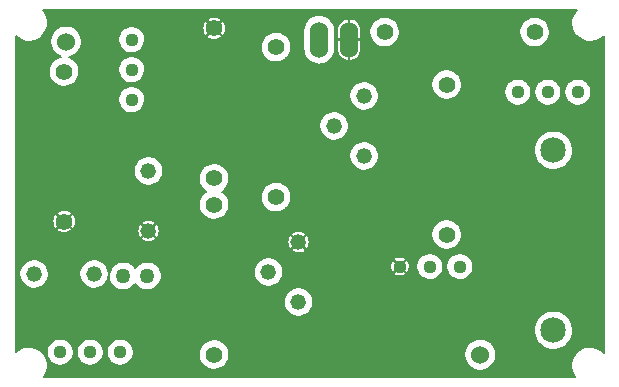
<source format=gbr>
G04 #@! TF.FileFunction,Copper,L2,Bot,Signal*
%FSLAX46Y46*%
G04 Gerber Fmt 4.6, Leading zero omitted, Abs format (unit mm)*
G04 Created by KiCad (PCBNEW 4.0.7) date 03/29/18 03:52:59*
%MOMM*%
%LPD*%
G01*
G04 APERTURE LIST*
%ADD10C,0.100000*%
%ADD11C,1.320800*%
%ADD12C,1.270000*%
%ADD13C,2.159000*%
%ADD14C,1.524000*%
%ADD15C,1.422400*%
%ADD16C,1.117600*%
%ADD17O,1.524000X3.048000*%
%ADD18C,0.152400*%
G04 APERTURE END LIST*
D10*
D11*
X125171100Y-111824850D03*
X130251100Y-111824850D03*
X134854850Y-103093600D03*
X134854850Y-108173600D03*
D12*
X134759600Y-111983600D03*
X132727600Y-111983600D03*
D13*
X169144850Y-116587350D03*
X169144850Y-101347350D03*
D14*
X127869850Y-92139850D03*
X162953600Y-118651100D03*
D11*
X147554850Y-109126100D03*
X145014850Y-111666100D03*
X147554850Y-114206100D03*
X153111100Y-96743600D03*
X150571100Y-99283600D03*
X153111100Y-101823600D03*
D15*
X127711100Y-107379850D03*
X127711100Y-94679850D03*
D16*
X161207350Y-111189850D03*
X158667350Y-111189850D03*
X156127350Y-111189850D03*
D15*
X145649850Y-105316100D03*
X145649850Y-92616100D03*
X154857350Y-91346100D03*
X167557350Y-91346100D03*
X160096100Y-108491100D03*
X160096100Y-95791100D03*
X140411100Y-118651100D03*
X140411100Y-105951100D03*
D16*
X133426100Y-91981100D03*
X133426100Y-94521100D03*
X133426100Y-97061100D03*
X127373600Y-118444850D03*
X129913600Y-118444850D03*
X132453600Y-118444850D03*
X171208600Y-96426100D03*
X168668600Y-96426100D03*
X166128600Y-96426100D03*
D15*
X140411100Y-91028600D03*
X140411100Y-103728600D03*
D17*
X149301100Y-91981100D03*
X151841100Y-91981100D03*
D18*
G36*
X171030411Y-89542869D02*
X170854888Y-89799213D01*
X170732499Y-90084768D01*
X170667906Y-90388657D01*
X170663568Y-90699304D01*
X170719651Y-91004877D01*
X170834019Y-91293738D01*
X171002316Y-91554883D01*
X171218131Y-91778366D01*
X171473243Y-91955674D01*
X171757937Y-92080054D01*
X172061367Y-92146767D01*
X172371976Y-92153273D01*
X172677934Y-92099325D01*
X172967586Y-91986976D01*
X173229900Y-91820507D01*
X173394400Y-91663855D01*
X173394400Y-118470314D01*
X173264543Y-118339547D01*
X173006980Y-118165818D01*
X172720577Y-118045426D01*
X172416245Y-117982955D01*
X172105575Y-117980786D01*
X171800401Y-118039002D01*
X171512345Y-118155384D01*
X171252381Y-118325499D01*
X171030411Y-118542869D01*
X170854888Y-118799213D01*
X170732499Y-119084768D01*
X170667906Y-119388657D01*
X170663568Y-119699304D01*
X170719651Y-120004877D01*
X170834019Y-120293738D01*
X170987504Y-120531900D01*
X126007337Y-120531900D01*
X126133969Y-120352389D01*
X126260333Y-120068571D01*
X126329163Y-119765614D01*
X126334118Y-119410761D01*
X126273773Y-119106000D01*
X126155383Y-118818765D01*
X125983457Y-118559995D01*
X125964552Y-118540957D01*
X126229098Y-118540957D01*
X126269562Y-118761428D01*
X126352079Y-118969841D01*
X126473505Y-119158257D01*
X126629215Y-119319500D01*
X126813279Y-119447427D01*
X127018685Y-119537167D01*
X127237609Y-119585301D01*
X127461714Y-119589995D01*
X127682462Y-119551071D01*
X127891446Y-119470012D01*
X128080706Y-119349904D01*
X128243032Y-119195323D01*
X128372241Y-119012157D01*
X128463413Y-118807382D01*
X128513073Y-118588799D01*
X128513741Y-118540957D01*
X128769098Y-118540957D01*
X128809562Y-118761428D01*
X128892079Y-118969841D01*
X129013505Y-119158257D01*
X129169215Y-119319500D01*
X129353279Y-119447427D01*
X129558685Y-119537167D01*
X129777609Y-119585301D01*
X130001714Y-119589995D01*
X130222462Y-119551071D01*
X130431446Y-119470012D01*
X130620706Y-119349904D01*
X130783032Y-119195323D01*
X130912241Y-119012157D01*
X131003413Y-118807382D01*
X131053073Y-118588799D01*
X131053741Y-118540957D01*
X131309098Y-118540957D01*
X131349562Y-118761428D01*
X131432079Y-118969841D01*
X131553505Y-119158257D01*
X131709215Y-119319500D01*
X131893279Y-119447427D01*
X132098685Y-119537167D01*
X132317609Y-119585301D01*
X132541714Y-119589995D01*
X132762462Y-119551071D01*
X132971446Y-119470012D01*
X133160706Y-119349904D01*
X133323032Y-119195323D01*
X133452241Y-119012157D01*
X133543413Y-118807382D01*
X133554172Y-118760021D01*
X139113997Y-118760021D01*
X139159856Y-119009888D01*
X139253375Y-119246090D01*
X139390991Y-119459628D01*
X139567463Y-119642370D01*
X139776069Y-119787355D01*
X140008862Y-119889060D01*
X140256977Y-119943611D01*
X140510963Y-119948932D01*
X140761144Y-119904818D01*
X140997993Y-119812950D01*
X141212487Y-119676828D01*
X141396456Y-119501637D01*
X141542894Y-119294048D01*
X141646222Y-119061970D01*
X141702504Y-118814242D01*
X141703201Y-118764292D01*
X161605630Y-118764292D01*
X161653288Y-119023959D01*
X161750474Y-119269423D01*
X161893487Y-119491335D01*
X162076879Y-119681244D01*
X162293665Y-119831914D01*
X162535588Y-119937607D01*
X162793433Y-119994298D01*
X163057379Y-119999827D01*
X163317372Y-119953983D01*
X163563508Y-119858513D01*
X163786414Y-119717053D01*
X163977598Y-119534991D01*
X164129778Y-119319262D01*
X164237158Y-119078083D01*
X164295647Y-118820640D01*
X164299858Y-118519098D01*
X164248579Y-118260123D01*
X164147976Y-118016039D01*
X164001878Y-117796145D01*
X163815852Y-117608816D01*
X163596984Y-117461187D01*
X163353608Y-117358882D01*
X163094997Y-117305796D01*
X162831000Y-117303953D01*
X162571673Y-117353423D01*
X162326893Y-117452320D01*
X162105984Y-117596879D01*
X161917361Y-117781592D01*
X161768208Y-117999425D01*
X161664206Y-118242080D01*
X161609316Y-118500314D01*
X161605630Y-118764292D01*
X141703201Y-118764292D01*
X141706556Y-118524079D01*
X141657212Y-118274877D01*
X141560405Y-118040004D01*
X141419820Y-117828408D01*
X141240814Y-117648148D01*
X141030205Y-117506090D01*
X140796014Y-117407645D01*
X140547161Y-117356563D01*
X140293126Y-117354789D01*
X140043585Y-117402392D01*
X139808042Y-117497557D01*
X139595470Y-117636661D01*
X139413964Y-117814404D01*
X139270440Y-118024017D01*
X139170362Y-118257515D01*
X139117544Y-118506004D01*
X139113997Y-118760021D01*
X133554172Y-118760021D01*
X133593073Y-118588799D01*
X133596649Y-118332773D01*
X133553110Y-118112888D01*
X133467692Y-117905648D01*
X133343647Y-117718945D01*
X133185701Y-117559892D01*
X132999869Y-117434547D01*
X132793230Y-117347684D01*
X132573654Y-117302612D01*
X132349506Y-117301047D01*
X132129322Y-117343049D01*
X131921491Y-117427019D01*
X131733927Y-117549757D01*
X131573775Y-117706589D01*
X131447135Y-117891541D01*
X131358832Y-118097569D01*
X131312228Y-118316825D01*
X131309098Y-118540957D01*
X131053741Y-118540957D01*
X131056649Y-118332773D01*
X131013110Y-118112888D01*
X130927692Y-117905648D01*
X130803647Y-117718945D01*
X130645701Y-117559892D01*
X130459869Y-117434547D01*
X130253230Y-117347684D01*
X130033654Y-117302612D01*
X129809506Y-117301047D01*
X129589322Y-117343049D01*
X129381491Y-117427019D01*
X129193927Y-117549757D01*
X129033775Y-117706589D01*
X128907135Y-117891541D01*
X128818832Y-118097569D01*
X128772228Y-118316825D01*
X128769098Y-118540957D01*
X128513741Y-118540957D01*
X128516649Y-118332773D01*
X128473110Y-118112888D01*
X128387692Y-117905648D01*
X128263647Y-117718945D01*
X128105701Y-117559892D01*
X127919869Y-117434547D01*
X127713230Y-117347684D01*
X127493654Y-117302612D01*
X127269506Y-117301047D01*
X127049322Y-117343049D01*
X126841491Y-117427019D01*
X126653927Y-117549757D01*
X126493775Y-117706589D01*
X126367135Y-117891541D01*
X126278832Y-118097569D01*
X126232228Y-118316825D01*
X126229098Y-118540957D01*
X125964552Y-118540957D01*
X125764543Y-118339547D01*
X125506980Y-118165818D01*
X125220577Y-118045426D01*
X124916245Y-117982955D01*
X124605575Y-117980786D01*
X124300401Y-118039002D01*
X124012345Y-118155384D01*
X123752381Y-118325499D01*
X123607800Y-118467084D01*
X123607800Y-116727238D01*
X167478963Y-116727238D01*
X167537861Y-117048147D01*
X167657968Y-117351503D01*
X167834710Y-117625754D01*
X168061356Y-117860452D01*
X168329271Y-118046657D01*
X168628251Y-118177279D01*
X168946908Y-118247340D01*
X169273105Y-118254173D01*
X169594417Y-118197517D01*
X169898605Y-118079530D01*
X170174082Y-117904707D01*
X170410356Y-117679706D01*
X170598428Y-117413097D01*
X170731133Y-117115036D01*
X170803418Y-116796876D01*
X170808621Y-116424216D01*
X170745249Y-116104161D01*
X170620918Y-115802511D01*
X170440363Y-115530755D01*
X170210464Y-115299244D01*
X169939975Y-115116797D01*
X169639200Y-114990363D01*
X169319595Y-114924758D01*
X168993335Y-114922480D01*
X168672846Y-114983617D01*
X168370335Y-115105839D01*
X168097325Y-115284492D01*
X167864215Y-115512770D01*
X167679884Y-115781978D01*
X167551354Y-116081863D01*
X167483518Y-116401002D01*
X167478963Y-116727238D01*
X123607800Y-116727238D01*
X123607800Y-114310749D01*
X146308614Y-114310749D01*
X146352675Y-114550818D01*
X146442526Y-114777757D01*
X146574746Y-114982921D01*
X146744297Y-115158497D01*
X146944722Y-115297796D01*
X147168387Y-115395512D01*
X147406771Y-115447925D01*
X147650797Y-115453036D01*
X147891167Y-115410652D01*
X148118727Y-115322387D01*
X148324810Y-115191604D01*
X148501565Y-115023282D01*
X148642259Y-114823835D01*
X148741535Y-114600858D01*
X148795610Y-114362844D01*
X148799503Y-114084061D01*
X148752095Y-113844630D01*
X148659084Y-113618969D01*
X148524013Y-113415670D01*
X148352026Y-113242479D01*
X148149676Y-113105992D01*
X147924669Y-113011408D01*
X147685576Y-112962329D01*
X147441503Y-112960625D01*
X147201748Y-113006361D01*
X146975442Y-113097794D01*
X146771205Y-113231443D01*
X146596818Y-113402216D01*
X146458922Y-113603608D01*
X146362769Y-113827950D01*
X146312022Y-114066695D01*
X146308614Y-114310749D01*
X123607800Y-114310749D01*
X123607800Y-111929499D01*
X123924864Y-111929499D01*
X123968925Y-112169568D01*
X124058776Y-112396507D01*
X124190996Y-112601671D01*
X124360547Y-112777247D01*
X124560972Y-112916546D01*
X124784637Y-113014262D01*
X125023021Y-113066675D01*
X125267047Y-113071786D01*
X125507417Y-113029402D01*
X125734977Y-112941137D01*
X125941060Y-112810354D01*
X126117815Y-112642032D01*
X126258509Y-112442585D01*
X126357785Y-112219608D01*
X126411860Y-111981594D01*
X126412587Y-111929499D01*
X129004864Y-111929499D01*
X129048925Y-112169568D01*
X129138776Y-112396507D01*
X129270996Y-112601671D01*
X129440547Y-112777247D01*
X129640972Y-112916546D01*
X129864637Y-113014262D01*
X130103021Y-113066675D01*
X130347047Y-113071786D01*
X130587417Y-113029402D01*
X130814977Y-112941137D01*
X131021060Y-112810354D01*
X131197815Y-112642032D01*
X131338509Y-112442585D01*
X131437785Y-112219608D01*
X131468113Y-112086114D01*
X131506798Y-112086114D01*
X131549959Y-112321283D01*
X131637977Y-112543590D01*
X131767498Y-112744568D01*
X131933589Y-112916560D01*
X132129924Y-113053016D01*
X132349024Y-113148738D01*
X132582543Y-113200081D01*
X132821588Y-113205088D01*
X133057053Y-113163569D01*
X133279970Y-113077106D01*
X133481846Y-112948991D01*
X133654994Y-112784105D01*
X133743825Y-112658179D01*
X133799498Y-112744568D01*
X133965589Y-112916560D01*
X134161924Y-113053016D01*
X134381024Y-113148738D01*
X134614543Y-113200081D01*
X134853588Y-113205088D01*
X135089053Y-113163569D01*
X135311970Y-113077106D01*
X135513846Y-112948991D01*
X135686994Y-112784105D01*
X135824817Y-112588728D01*
X135922067Y-112370301D01*
X135975039Y-112137146D01*
X135978852Y-111864051D01*
X135960378Y-111770749D01*
X143768614Y-111770749D01*
X143812675Y-112010818D01*
X143902526Y-112237757D01*
X144034746Y-112442921D01*
X144204297Y-112618497D01*
X144404722Y-112757796D01*
X144628387Y-112855512D01*
X144866771Y-112907925D01*
X145110797Y-112913036D01*
X145351167Y-112870652D01*
X145578727Y-112782387D01*
X145784810Y-112651604D01*
X145961565Y-112483282D01*
X146102259Y-112283835D01*
X146201535Y-112060858D01*
X146255610Y-111822844D01*
X146256585Y-111752988D01*
X155599568Y-111752988D01*
X155653200Y-111884993D01*
X155797927Y-111964138D01*
X155955312Y-112013528D01*
X156119309Y-112031264D01*
X156283616Y-112016665D01*
X156441916Y-111970292D01*
X156588129Y-111893928D01*
X156601500Y-111884993D01*
X156655132Y-111752988D01*
X156127350Y-111225205D01*
X155599568Y-111752988D01*
X146256585Y-111752988D01*
X146259503Y-111544061D01*
X146212095Y-111304630D01*
X146161472Y-111181809D01*
X155285936Y-111181809D01*
X155300535Y-111346116D01*
X155346908Y-111504416D01*
X155423272Y-111650629D01*
X155432207Y-111664000D01*
X155564212Y-111717632D01*
X156091995Y-111189850D01*
X156162705Y-111189850D01*
X156690488Y-111717632D01*
X156822493Y-111664000D01*
X156901638Y-111519273D01*
X156951028Y-111361888D01*
X156959239Y-111285957D01*
X157522848Y-111285957D01*
X157563312Y-111506428D01*
X157645829Y-111714841D01*
X157767255Y-111903257D01*
X157922965Y-112064500D01*
X158107029Y-112192427D01*
X158312435Y-112282167D01*
X158531359Y-112330301D01*
X158755464Y-112334995D01*
X158976212Y-112296071D01*
X159185196Y-112215012D01*
X159374456Y-112094904D01*
X159536782Y-111940323D01*
X159665991Y-111757157D01*
X159757163Y-111552382D01*
X159806823Y-111333799D01*
X159807491Y-111285957D01*
X160062848Y-111285957D01*
X160103312Y-111506428D01*
X160185829Y-111714841D01*
X160307255Y-111903257D01*
X160462965Y-112064500D01*
X160647029Y-112192427D01*
X160852435Y-112282167D01*
X161071359Y-112330301D01*
X161295464Y-112334995D01*
X161516212Y-112296071D01*
X161725196Y-112215012D01*
X161914456Y-112094904D01*
X162076782Y-111940323D01*
X162205991Y-111757157D01*
X162297163Y-111552382D01*
X162346823Y-111333799D01*
X162350399Y-111077773D01*
X162306860Y-110857888D01*
X162221442Y-110650648D01*
X162097397Y-110463945D01*
X161939451Y-110304892D01*
X161753619Y-110179547D01*
X161546980Y-110092684D01*
X161327404Y-110047612D01*
X161103256Y-110046047D01*
X160883072Y-110088049D01*
X160675241Y-110172019D01*
X160487677Y-110294757D01*
X160327525Y-110451589D01*
X160200885Y-110636541D01*
X160112582Y-110842569D01*
X160065978Y-111061825D01*
X160062848Y-111285957D01*
X159807491Y-111285957D01*
X159810399Y-111077773D01*
X159766860Y-110857888D01*
X159681442Y-110650648D01*
X159557397Y-110463945D01*
X159399451Y-110304892D01*
X159213619Y-110179547D01*
X159006980Y-110092684D01*
X158787404Y-110047612D01*
X158563256Y-110046047D01*
X158343072Y-110088049D01*
X158135241Y-110172019D01*
X157947677Y-110294757D01*
X157787525Y-110451589D01*
X157660885Y-110636541D01*
X157572582Y-110842569D01*
X157525978Y-111061825D01*
X157522848Y-111285957D01*
X156959239Y-111285957D01*
X156968764Y-111197891D01*
X156954165Y-111033584D01*
X156907792Y-110875284D01*
X156831428Y-110729071D01*
X156822493Y-110715700D01*
X156690488Y-110662068D01*
X156162705Y-111189850D01*
X156091995Y-111189850D01*
X155564212Y-110662068D01*
X155432207Y-110715700D01*
X155353062Y-110860427D01*
X155303672Y-111017812D01*
X155285936Y-111181809D01*
X146161472Y-111181809D01*
X146119084Y-111078969D01*
X145984013Y-110875670D01*
X145812026Y-110702479D01*
X145699697Y-110626712D01*
X155599568Y-110626712D01*
X156127350Y-111154495D01*
X156655132Y-110626712D01*
X156601500Y-110494707D01*
X156456773Y-110415562D01*
X156299388Y-110366172D01*
X156135391Y-110348436D01*
X155971084Y-110363035D01*
X155812784Y-110409408D01*
X155666571Y-110485772D01*
X155653200Y-110494707D01*
X155599568Y-110626712D01*
X145699697Y-110626712D01*
X145609676Y-110565992D01*
X145384669Y-110471408D01*
X145145576Y-110422329D01*
X144901503Y-110420625D01*
X144661748Y-110466361D01*
X144435442Y-110557794D01*
X144231205Y-110691443D01*
X144056818Y-110862216D01*
X143918922Y-111063608D01*
X143822769Y-111287950D01*
X143772022Y-111526695D01*
X143768614Y-111770749D01*
X135960378Y-111770749D01*
X135932411Y-111629507D01*
X135841298Y-111408451D01*
X135708984Y-111209302D01*
X135540507Y-111039645D01*
X135342287Y-110905943D01*
X135121872Y-110813289D01*
X134887658Y-110765212D01*
X134648566Y-110763543D01*
X134413704Y-110808345D01*
X134192016Y-110897913D01*
X133991948Y-111028834D01*
X133821120Y-111196122D01*
X133743522Y-111309450D01*
X133676984Y-111209302D01*
X133508507Y-111039645D01*
X133310287Y-110905943D01*
X133089872Y-110813289D01*
X132855658Y-110765212D01*
X132616566Y-110763543D01*
X132381704Y-110808345D01*
X132160016Y-110897913D01*
X131959948Y-111028834D01*
X131789120Y-111196122D01*
X131654038Y-111393404D01*
X131559847Y-111613167D01*
X131510136Y-111847040D01*
X131506798Y-112086114D01*
X131468113Y-112086114D01*
X131491860Y-111981594D01*
X131495753Y-111702811D01*
X131448345Y-111463380D01*
X131355334Y-111237719D01*
X131220263Y-111034420D01*
X131048276Y-110861229D01*
X130845926Y-110724742D01*
X130620919Y-110630158D01*
X130381826Y-110581079D01*
X130137753Y-110579375D01*
X129897998Y-110625111D01*
X129671692Y-110716544D01*
X129467455Y-110850193D01*
X129293068Y-111020966D01*
X129155172Y-111222358D01*
X129059019Y-111446700D01*
X129008272Y-111685445D01*
X129004864Y-111929499D01*
X126412587Y-111929499D01*
X126415753Y-111702811D01*
X126368345Y-111463380D01*
X126275334Y-111237719D01*
X126140263Y-111034420D01*
X125968276Y-110861229D01*
X125765926Y-110724742D01*
X125540919Y-110630158D01*
X125301826Y-110581079D01*
X125057753Y-110579375D01*
X124817998Y-110625111D01*
X124591692Y-110716544D01*
X124387455Y-110850193D01*
X124213068Y-111020966D01*
X124075172Y-111222358D01*
X123979019Y-111446700D01*
X123928272Y-111685445D01*
X123924864Y-111929499D01*
X123607800Y-111929499D01*
X123607800Y-109761460D01*
X146954845Y-109761460D01*
X147020669Y-109903869D01*
X147182669Y-109993139D01*
X147358971Y-110049087D01*
X147542800Y-110069566D01*
X147727093Y-110053789D01*
X147904766Y-110002361D01*
X148068992Y-109917258D01*
X148089031Y-109903869D01*
X148154855Y-109761460D01*
X147554850Y-109161455D01*
X146954845Y-109761460D01*
X123607800Y-109761460D01*
X123607800Y-108808960D01*
X134254845Y-108808960D01*
X134320669Y-108951369D01*
X134482669Y-109040639D01*
X134658971Y-109096587D01*
X134842800Y-109117066D01*
X134878030Y-109114050D01*
X146611384Y-109114050D01*
X146627161Y-109298343D01*
X146678589Y-109476016D01*
X146763692Y-109640242D01*
X146777081Y-109660281D01*
X146919490Y-109726105D01*
X147519495Y-109126100D01*
X147590205Y-109126100D01*
X148190210Y-109726105D01*
X148332619Y-109660281D01*
X148421889Y-109498281D01*
X148477837Y-109321979D01*
X148498316Y-109138150D01*
X148482539Y-108953857D01*
X148431111Y-108776184D01*
X148346008Y-108611958D01*
X148338033Y-108600021D01*
X158798997Y-108600021D01*
X158844856Y-108849888D01*
X158938375Y-109086090D01*
X159075991Y-109299628D01*
X159252463Y-109482370D01*
X159461069Y-109627355D01*
X159693862Y-109729060D01*
X159941977Y-109783611D01*
X160195963Y-109788932D01*
X160446144Y-109744818D01*
X160682993Y-109652950D01*
X160897487Y-109516828D01*
X161081456Y-109341637D01*
X161227894Y-109134048D01*
X161331222Y-108901970D01*
X161387504Y-108654242D01*
X161391556Y-108364079D01*
X161342212Y-108114877D01*
X161245405Y-107880004D01*
X161104820Y-107668408D01*
X160925814Y-107488148D01*
X160715205Y-107346090D01*
X160481014Y-107247645D01*
X160232161Y-107196563D01*
X159978126Y-107194789D01*
X159728585Y-107242392D01*
X159493042Y-107337557D01*
X159280470Y-107476661D01*
X159098964Y-107654404D01*
X158955440Y-107864017D01*
X158855362Y-108097515D01*
X158802544Y-108346004D01*
X158798997Y-108600021D01*
X148338033Y-108600021D01*
X148332619Y-108591919D01*
X148190210Y-108526095D01*
X147590205Y-109126100D01*
X147519495Y-109126100D01*
X146919490Y-108526095D01*
X146777081Y-108591919D01*
X146687811Y-108753919D01*
X146631863Y-108930221D01*
X146611384Y-109114050D01*
X134878030Y-109114050D01*
X135027093Y-109101289D01*
X135204766Y-109049861D01*
X135368992Y-108964758D01*
X135389031Y-108951369D01*
X135454855Y-108808960D01*
X134854850Y-108208955D01*
X134254845Y-108808960D01*
X123607800Y-108808960D01*
X123607800Y-108051319D01*
X127074986Y-108051319D01*
X127146905Y-108198930D01*
X127317541Y-108293260D01*
X127503300Y-108352489D01*
X127697046Y-108374339D01*
X127891331Y-108357972D01*
X128078689Y-108304016D01*
X128251922Y-108214546D01*
X128275295Y-108198930D01*
X128293507Y-108161550D01*
X133911384Y-108161550D01*
X133927161Y-108345843D01*
X133978589Y-108523516D01*
X134063692Y-108687742D01*
X134077081Y-108707781D01*
X134219490Y-108773605D01*
X134819495Y-108173600D01*
X134890205Y-108173600D01*
X135490210Y-108773605D01*
X135632619Y-108707781D01*
X135721889Y-108545781D01*
X135739355Y-108490740D01*
X146954845Y-108490740D01*
X147554850Y-109090745D01*
X148154855Y-108490740D01*
X148089031Y-108348331D01*
X147927031Y-108259061D01*
X147750729Y-108203113D01*
X147566900Y-108182634D01*
X147382607Y-108198411D01*
X147204934Y-108249839D01*
X147040708Y-108334942D01*
X147020669Y-108348331D01*
X146954845Y-108490740D01*
X135739355Y-108490740D01*
X135777837Y-108369479D01*
X135798316Y-108185650D01*
X135782539Y-108001357D01*
X135731111Y-107823684D01*
X135646008Y-107659458D01*
X135632619Y-107639419D01*
X135490210Y-107573595D01*
X134890205Y-108173600D01*
X134819495Y-108173600D01*
X134219490Y-107573595D01*
X134077081Y-107639419D01*
X133987811Y-107801419D01*
X133931863Y-107977721D01*
X133911384Y-108161550D01*
X128293507Y-108161550D01*
X128347214Y-108051319D01*
X127711100Y-107415205D01*
X127074986Y-108051319D01*
X123607800Y-108051319D01*
X123607800Y-107365796D01*
X126716611Y-107365796D01*
X126732978Y-107560081D01*
X126786934Y-107747439D01*
X126876404Y-107920672D01*
X126892020Y-107944045D01*
X127039631Y-108015964D01*
X127675745Y-107379850D01*
X127746455Y-107379850D01*
X128382569Y-108015964D01*
X128530180Y-107944045D01*
X128624510Y-107773409D01*
X128683739Y-107587650D01*
X128689311Y-107538240D01*
X134254845Y-107538240D01*
X134854850Y-108138245D01*
X135454855Y-107538240D01*
X135389031Y-107395831D01*
X135227031Y-107306561D01*
X135050729Y-107250613D01*
X134866900Y-107230134D01*
X134682607Y-107245911D01*
X134504934Y-107297339D01*
X134340708Y-107382442D01*
X134320669Y-107395831D01*
X134254845Y-107538240D01*
X128689311Y-107538240D01*
X128705589Y-107393904D01*
X128689222Y-107199619D01*
X128635266Y-107012261D01*
X128545796Y-106839028D01*
X128530180Y-106815655D01*
X128382569Y-106743736D01*
X127746455Y-107379850D01*
X127675745Y-107379850D01*
X127039631Y-106743736D01*
X126892020Y-106815655D01*
X126797690Y-106986291D01*
X126738461Y-107172050D01*
X126716611Y-107365796D01*
X123607800Y-107365796D01*
X123607800Y-106708381D01*
X127074986Y-106708381D01*
X127711100Y-107344495D01*
X128347214Y-106708381D01*
X128275295Y-106560770D01*
X128104659Y-106466440D01*
X127918900Y-106407211D01*
X127725154Y-106385361D01*
X127530869Y-106401728D01*
X127343511Y-106455684D01*
X127170278Y-106545154D01*
X127146905Y-106560770D01*
X127074986Y-106708381D01*
X123607800Y-106708381D01*
X123607800Y-103198249D01*
X133608614Y-103198249D01*
X133652675Y-103438318D01*
X133742526Y-103665257D01*
X133874746Y-103870421D01*
X134044297Y-104045997D01*
X134244722Y-104185296D01*
X134468387Y-104283012D01*
X134706771Y-104335425D01*
X134950797Y-104340536D01*
X135191167Y-104298152D01*
X135418727Y-104209887D01*
X135624810Y-104079104D01*
X135801565Y-103910782D01*
X135853244Y-103837521D01*
X139113997Y-103837521D01*
X139159856Y-104087388D01*
X139253375Y-104323590D01*
X139390991Y-104537128D01*
X139567463Y-104719870D01*
X139741702Y-104840969D01*
X139595470Y-104936661D01*
X139413964Y-105114404D01*
X139270440Y-105324017D01*
X139170362Y-105557515D01*
X139117544Y-105806004D01*
X139113997Y-106060021D01*
X139159856Y-106309888D01*
X139253375Y-106546090D01*
X139390991Y-106759628D01*
X139567463Y-106942370D01*
X139776069Y-107087355D01*
X140008862Y-107189060D01*
X140256977Y-107243611D01*
X140510963Y-107248932D01*
X140761144Y-107204818D01*
X140997993Y-107112950D01*
X141212487Y-106976828D01*
X141396456Y-106801637D01*
X141542894Y-106594048D01*
X141646222Y-106361970D01*
X141702504Y-106114242D01*
X141706556Y-105824079D01*
X141657212Y-105574877D01*
X141595447Y-105425021D01*
X144352747Y-105425021D01*
X144398606Y-105674888D01*
X144492125Y-105911090D01*
X144629741Y-106124628D01*
X144806213Y-106307370D01*
X145014819Y-106452355D01*
X145247612Y-106554060D01*
X145495727Y-106608611D01*
X145749713Y-106613932D01*
X145999894Y-106569818D01*
X146236743Y-106477950D01*
X146451237Y-106341828D01*
X146635206Y-106166637D01*
X146781644Y-105959048D01*
X146884972Y-105726970D01*
X146941254Y-105479242D01*
X146945306Y-105189079D01*
X146895962Y-104939877D01*
X146799155Y-104705004D01*
X146658570Y-104493408D01*
X146479564Y-104313148D01*
X146268955Y-104171090D01*
X146034764Y-104072645D01*
X145785911Y-104021563D01*
X145531876Y-104019789D01*
X145282335Y-104067392D01*
X145046792Y-104162557D01*
X144834220Y-104301661D01*
X144652714Y-104479404D01*
X144509190Y-104689017D01*
X144409112Y-104922515D01*
X144356294Y-105171004D01*
X144352747Y-105425021D01*
X141595447Y-105425021D01*
X141560405Y-105340004D01*
X141419820Y-105128408D01*
X141240814Y-104948148D01*
X141079030Y-104839023D01*
X141212487Y-104754328D01*
X141396456Y-104579137D01*
X141542894Y-104371548D01*
X141646222Y-104139470D01*
X141702504Y-103891742D01*
X141706556Y-103601579D01*
X141657212Y-103352377D01*
X141560405Y-103117504D01*
X141419820Y-102905908D01*
X141240814Y-102725648D01*
X141030205Y-102583590D01*
X140796014Y-102485145D01*
X140547161Y-102434063D01*
X140293126Y-102432289D01*
X140043585Y-102479892D01*
X139808042Y-102575057D01*
X139595470Y-102714161D01*
X139413964Y-102891904D01*
X139270440Y-103101517D01*
X139170362Y-103335015D01*
X139117544Y-103583504D01*
X139113997Y-103837521D01*
X135853244Y-103837521D01*
X135942259Y-103711335D01*
X136041535Y-103488358D01*
X136095610Y-103250344D01*
X136099503Y-102971561D01*
X136052095Y-102732130D01*
X135959084Y-102506469D01*
X135824013Y-102303170D01*
X135652026Y-102129979D01*
X135449676Y-101993492D01*
X135294469Y-101928249D01*
X151864864Y-101928249D01*
X151908925Y-102168318D01*
X151998776Y-102395257D01*
X152130996Y-102600421D01*
X152300547Y-102775997D01*
X152500972Y-102915296D01*
X152724637Y-103013012D01*
X152963021Y-103065425D01*
X153207047Y-103070536D01*
X153447417Y-103028152D01*
X153674977Y-102939887D01*
X153881060Y-102809104D01*
X154057815Y-102640782D01*
X154198509Y-102441335D01*
X154297785Y-102218358D01*
X154351860Y-101980344D01*
X154355753Y-101701561D01*
X154313317Y-101487238D01*
X167478963Y-101487238D01*
X167537861Y-101808147D01*
X167657968Y-102111503D01*
X167834710Y-102385754D01*
X168061356Y-102620452D01*
X168329271Y-102806657D01*
X168628251Y-102937279D01*
X168946908Y-103007340D01*
X169273105Y-103014173D01*
X169594417Y-102957517D01*
X169898605Y-102839530D01*
X170174082Y-102664707D01*
X170410356Y-102439706D01*
X170598428Y-102173097D01*
X170731133Y-101875036D01*
X170803418Y-101556876D01*
X170808621Y-101184216D01*
X170745249Y-100864161D01*
X170620918Y-100562511D01*
X170440363Y-100290755D01*
X170210464Y-100059244D01*
X169939975Y-99876797D01*
X169639200Y-99750363D01*
X169319595Y-99684758D01*
X168993335Y-99682480D01*
X168672846Y-99743617D01*
X168370335Y-99865839D01*
X168097325Y-100044492D01*
X167864215Y-100272770D01*
X167679884Y-100541978D01*
X167551354Y-100841863D01*
X167483518Y-101161002D01*
X167478963Y-101487238D01*
X154313317Y-101487238D01*
X154308345Y-101462130D01*
X154215334Y-101236469D01*
X154080263Y-101033170D01*
X153908276Y-100859979D01*
X153705926Y-100723492D01*
X153480919Y-100628908D01*
X153241826Y-100579829D01*
X152997753Y-100578125D01*
X152757998Y-100623861D01*
X152531692Y-100715294D01*
X152327455Y-100848943D01*
X152153068Y-101019716D01*
X152015172Y-101221108D01*
X151919019Y-101445450D01*
X151868272Y-101684195D01*
X151864864Y-101928249D01*
X135294469Y-101928249D01*
X135224669Y-101898908D01*
X134985576Y-101849829D01*
X134741503Y-101848125D01*
X134501748Y-101893861D01*
X134275442Y-101985294D01*
X134071205Y-102118943D01*
X133896818Y-102289716D01*
X133758922Y-102491108D01*
X133662769Y-102715450D01*
X133612022Y-102954195D01*
X133608614Y-103198249D01*
X123607800Y-103198249D01*
X123607800Y-99388249D01*
X149324864Y-99388249D01*
X149368925Y-99628318D01*
X149458776Y-99855257D01*
X149590996Y-100060421D01*
X149760547Y-100235997D01*
X149960972Y-100375296D01*
X150184637Y-100473012D01*
X150423021Y-100525425D01*
X150667047Y-100530536D01*
X150907417Y-100488152D01*
X151134977Y-100399887D01*
X151341060Y-100269104D01*
X151517815Y-100100782D01*
X151658509Y-99901335D01*
X151757785Y-99678358D01*
X151811860Y-99440344D01*
X151815753Y-99161561D01*
X151768345Y-98922130D01*
X151675334Y-98696469D01*
X151540263Y-98493170D01*
X151368276Y-98319979D01*
X151165926Y-98183492D01*
X150940919Y-98088908D01*
X150701826Y-98039829D01*
X150457753Y-98038125D01*
X150217998Y-98083861D01*
X149991692Y-98175294D01*
X149787455Y-98308943D01*
X149613068Y-98479716D01*
X149475172Y-98681108D01*
X149379019Y-98905450D01*
X149328272Y-99144195D01*
X149324864Y-99388249D01*
X123607800Y-99388249D01*
X123607800Y-97157207D01*
X132281598Y-97157207D01*
X132322062Y-97377678D01*
X132404579Y-97586091D01*
X132526005Y-97774507D01*
X132681715Y-97935750D01*
X132865779Y-98063677D01*
X133071185Y-98153417D01*
X133290109Y-98201551D01*
X133514214Y-98206245D01*
X133734962Y-98167321D01*
X133943946Y-98086262D01*
X134133206Y-97966154D01*
X134295532Y-97811573D01*
X134424741Y-97628407D01*
X134515913Y-97423632D01*
X134565573Y-97205049D01*
X134569149Y-96949023D01*
X134549195Y-96848249D01*
X151864864Y-96848249D01*
X151908925Y-97088318D01*
X151998776Y-97315257D01*
X152130996Y-97520421D01*
X152300547Y-97695997D01*
X152500972Y-97835296D01*
X152724637Y-97933012D01*
X152963021Y-97985425D01*
X153207047Y-97990536D01*
X153447417Y-97948152D01*
X153674977Y-97859887D01*
X153881060Y-97729104D01*
X154057815Y-97560782D01*
X154198509Y-97361335D01*
X154297785Y-97138358D01*
X154351860Y-96900344D01*
X154355753Y-96621561D01*
X154308345Y-96382130D01*
X154215334Y-96156469D01*
X154080263Y-95953170D01*
X154027484Y-95900021D01*
X158798997Y-95900021D01*
X158844856Y-96149888D01*
X158938375Y-96386090D01*
X159075991Y-96599628D01*
X159252463Y-96782370D01*
X159461069Y-96927355D01*
X159693862Y-97029060D01*
X159941977Y-97083611D01*
X160195963Y-97088932D01*
X160446144Y-97044818D01*
X160682993Y-96952950D01*
X160897487Y-96816828D01*
X161081456Y-96641637D01*
X161165704Y-96522207D01*
X164984098Y-96522207D01*
X165024562Y-96742678D01*
X165107079Y-96951091D01*
X165228505Y-97139507D01*
X165384215Y-97300750D01*
X165568279Y-97428677D01*
X165773685Y-97518417D01*
X165992609Y-97566551D01*
X166216714Y-97571245D01*
X166437462Y-97532321D01*
X166646446Y-97451262D01*
X166835706Y-97331154D01*
X166998032Y-97176573D01*
X167127241Y-96993407D01*
X167218413Y-96788632D01*
X167268073Y-96570049D01*
X167268741Y-96522207D01*
X167524098Y-96522207D01*
X167564562Y-96742678D01*
X167647079Y-96951091D01*
X167768505Y-97139507D01*
X167924215Y-97300750D01*
X168108279Y-97428677D01*
X168313685Y-97518417D01*
X168532609Y-97566551D01*
X168756714Y-97571245D01*
X168977462Y-97532321D01*
X169186446Y-97451262D01*
X169375706Y-97331154D01*
X169538032Y-97176573D01*
X169667241Y-96993407D01*
X169758413Y-96788632D01*
X169808073Y-96570049D01*
X169808741Y-96522207D01*
X170064098Y-96522207D01*
X170104562Y-96742678D01*
X170187079Y-96951091D01*
X170308505Y-97139507D01*
X170464215Y-97300750D01*
X170648279Y-97428677D01*
X170853685Y-97518417D01*
X171072609Y-97566551D01*
X171296714Y-97571245D01*
X171517462Y-97532321D01*
X171726446Y-97451262D01*
X171915706Y-97331154D01*
X172078032Y-97176573D01*
X172207241Y-96993407D01*
X172298413Y-96788632D01*
X172348073Y-96570049D01*
X172351649Y-96314023D01*
X172308110Y-96094138D01*
X172222692Y-95886898D01*
X172098647Y-95700195D01*
X171940701Y-95541142D01*
X171754869Y-95415797D01*
X171548230Y-95328934D01*
X171328654Y-95283862D01*
X171104506Y-95282297D01*
X170884322Y-95324299D01*
X170676491Y-95408269D01*
X170488927Y-95531007D01*
X170328775Y-95687839D01*
X170202135Y-95872791D01*
X170113832Y-96078819D01*
X170067228Y-96298075D01*
X170064098Y-96522207D01*
X169808741Y-96522207D01*
X169811649Y-96314023D01*
X169768110Y-96094138D01*
X169682692Y-95886898D01*
X169558647Y-95700195D01*
X169400701Y-95541142D01*
X169214869Y-95415797D01*
X169008230Y-95328934D01*
X168788654Y-95283862D01*
X168564506Y-95282297D01*
X168344322Y-95324299D01*
X168136491Y-95408269D01*
X167948927Y-95531007D01*
X167788775Y-95687839D01*
X167662135Y-95872791D01*
X167573832Y-96078819D01*
X167527228Y-96298075D01*
X167524098Y-96522207D01*
X167268741Y-96522207D01*
X167271649Y-96314023D01*
X167228110Y-96094138D01*
X167142692Y-95886898D01*
X167018647Y-95700195D01*
X166860701Y-95541142D01*
X166674869Y-95415797D01*
X166468230Y-95328934D01*
X166248654Y-95283862D01*
X166024506Y-95282297D01*
X165804322Y-95324299D01*
X165596491Y-95408269D01*
X165408927Y-95531007D01*
X165248775Y-95687839D01*
X165122135Y-95872791D01*
X165033832Y-96078819D01*
X164987228Y-96298075D01*
X164984098Y-96522207D01*
X161165704Y-96522207D01*
X161227894Y-96434048D01*
X161331222Y-96201970D01*
X161387504Y-95954242D01*
X161391556Y-95664079D01*
X161342212Y-95414877D01*
X161245405Y-95180004D01*
X161104820Y-94968408D01*
X160925814Y-94788148D01*
X160715205Y-94646090D01*
X160481014Y-94547645D01*
X160232161Y-94496563D01*
X159978126Y-94494789D01*
X159728585Y-94542392D01*
X159493042Y-94637557D01*
X159280470Y-94776661D01*
X159098964Y-94954404D01*
X158955440Y-95164017D01*
X158855362Y-95397515D01*
X158802544Y-95646004D01*
X158798997Y-95900021D01*
X154027484Y-95900021D01*
X153908276Y-95779979D01*
X153705926Y-95643492D01*
X153480919Y-95548908D01*
X153241826Y-95499829D01*
X152997753Y-95498125D01*
X152757998Y-95543861D01*
X152531692Y-95635294D01*
X152327455Y-95768943D01*
X152153068Y-95939716D01*
X152015172Y-96141108D01*
X151919019Y-96365450D01*
X151868272Y-96604195D01*
X151864864Y-96848249D01*
X134549195Y-96848249D01*
X134525610Y-96729138D01*
X134440192Y-96521898D01*
X134316147Y-96335195D01*
X134158201Y-96176142D01*
X133972369Y-96050797D01*
X133765730Y-95963934D01*
X133546154Y-95918862D01*
X133322006Y-95917297D01*
X133101822Y-95959299D01*
X132893991Y-96043269D01*
X132706427Y-96166007D01*
X132546275Y-96322839D01*
X132419635Y-96507791D01*
X132331332Y-96713819D01*
X132284728Y-96933075D01*
X132281598Y-97157207D01*
X123607800Y-97157207D01*
X123607800Y-94788771D01*
X126413997Y-94788771D01*
X126459856Y-95038638D01*
X126553375Y-95274840D01*
X126690991Y-95488378D01*
X126867463Y-95671120D01*
X127076069Y-95816105D01*
X127308862Y-95917810D01*
X127556977Y-95972361D01*
X127810963Y-95977682D01*
X128061144Y-95933568D01*
X128297993Y-95841700D01*
X128512487Y-95705578D01*
X128696456Y-95530387D01*
X128842894Y-95322798D01*
X128946222Y-95090720D01*
X129002504Y-94842992D01*
X129005656Y-94617207D01*
X132281598Y-94617207D01*
X132322062Y-94837678D01*
X132404579Y-95046091D01*
X132526005Y-95234507D01*
X132681715Y-95395750D01*
X132865779Y-95523677D01*
X133071185Y-95613417D01*
X133290109Y-95661551D01*
X133514214Y-95666245D01*
X133734962Y-95627321D01*
X133943946Y-95546262D01*
X134133206Y-95426154D01*
X134295532Y-95271573D01*
X134424741Y-95088407D01*
X134515913Y-94883632D01*
X134565573Y-94665049D01*
X134569149Y-94409023D01*
X134525610Y-94189138D01*
X134440192Y-93981898D01*
X134316147Y-93795195D01*
X134158201Y-93636142D01*
X133972369Y-93510797D01*
X133765730Y-93423934D01*
X133546154Y-93378862D01*
X133322006Y-93377297D01*
X133101822Y-93419299D01*
X132893991Y-93503269D01*
X132706427Y-93626007D01*
X132546275Y-93782839D01*
X132419635Y-93967791D01*
X132331332Y-94173819D01*
X132284728Y-94393075D01*
X132281598Y-94617207D01*
X129005656Y-94617207D01*
X129006556Y-94552829D01*
X128957212Y-94303627D01*
X128860405Y-94068754D01*
X128719820Y-93857158D01*
X128540814Y-93676898D01*
X128330205Y-93534840D01*
X128147300Y-93457954D01*
X128233622Y-93442733D01*
X128479758Y-93347263D01*
X128702664Y-93205803D01*
X128893848Y-93023741D01*
X129046028Y-92808012D01*
X129153408Y-92566833D01*
X129211897Y-92309390D01*
X129215139Y-92077207D01*
X132281598Y-92077207D01*
X132322062Y-92297678D01*
X132404579Y-92506091D01*
X132526005Y-92694507D01*
X132681715Y-92855750D01*
X132865779Y-92983677D01*
X133071185Y-93073417D01*
X133290109Y-93121551D01*
X133514214Y-93126245D01*
X133734962Y-93087321D01*
X133943946Y-93006262D01*
X134133206Y-92886154D01*
X134295532Y-92731573D01*
X134300153Y-92725021D01*
X144352747Y-92725021D01*
X144398606Y-92974888D01*
X144492125Y-93211090D01*
X144629741Y-93424628D01*
X144806213Y-93607370D01*
X145014819Y-93752355D01*
X145247612Y-93854060D01*
X145495727Y-93908611D01*
X145749713Y-93913932D01*
X145999894Y-93869818D01*
X146236743Y-93777950D01*
X146451237Y-93641828D01*
X146635206Y-93466637D01*
X146781644Y-93259048D01*
X146884972Y-93026970D01*
X146941254Y-92779242D01*
X146945306Y-92489079D01*
X146895962Y-92239877D01*
X146799155Y-92005004D01*
X146658570Y-91793408D01*
X146479564Y-91613148D01*
X146268955Y-91471090D01*
X146034764Y-91372645D01*
X145785911Y-91321563D01*
X145531876Y-91319789D01*
X145282335Y-91367392D01*
X145046792Y-91462557D01*
X144834220Y-91601661D01*
X144652714Y-91779404D01*
X144509190Y-91989017D01*
X144409112Y-92222515D01*
X144356294Y-92471004D01*
X144352747Y-92725021D01*
X134300153Y-92725021D01*
X134424741Y-92548407D01*
X134515913Y-92343632D01*
X134565573Y-92125049D01*
X134569149Y-91869023D01*
X134535695Y-91700069D01*
X139774986Y-91700069D01*
X139846905Y-91847680D01*
X140017541Y-91942010D01*
X140203300Y-92001239D01*
X140397046Y-92023089D01*
X140591331Y-92006722D01*
X140778689Y-91952766D01*
X140951922Y-91863296D01*
X140975295Y-91847680D01*
X141047214Y-91700069D01*
X140411100Y-91063955D01*
X139774986Y-91700069D01*
X134535695Y-91700069D01*
X134525610Y-91649138D01*
X134440192Y-91441898D01*
X134316147Y-91255195D01*
X134158201Y-91096142D01*
X134037230Y-91014546D01*
X139416611Y-91014546D01*
X139432978Y-91208831D01*
X139486934Y-91396189D01*
X139576404Y-91569422D01*
X139592020Y-91592795D01*
X139739631Y-91664714D01*
X140375745Y-91028600D01*
X140446455Y-91028600D01*
X141082569Y-91664714D01*
X141230180Y-91592795D01*
X141324510Y-91422159D01*
X141383739Y-91236400D01*
X141386840Y-91208899D01*
X147954900Y-91208899D01*
X147954900Y-92753301D01*
X147980538Y-93014779D01*
X148056476Y-93266298D01*
X148179821Y-93498277D01*
X148345876Y-93701880D01*
X148548315Y-93869351D01*
X148779427Y-93994313D01*
X149030409Y-94072005D01*
X149291702Y-94099468D01*
X149553353Y-94075656D01*
X149805395Y-94001476D01*
X150038230Y-93879753D01*
X150242987Y-93715124D01*
X150411868Y-93513860D01*
X150538440Y-93283626D01*
X150617882Y-93033192D01*
X150647169Y-92772097D01*
X150647300Y-92753301D01*
X150647300Y-92006100D01*
X150800500Y-92006100D01*
X150800500Y-92768100D01*
X150825372Y-92970631D01*
X150889278Y-93164418D01*
X150989762Y-93342014D01*
X151122963Y-93496594D01*
X151283761Y-93622217D01*
X151465977Y-93714056D01*
X151653669Y-93766681D01*
X151816100Y-93713728D01*
X151816100Y-92006100D01*
X151866100Y-92006100D01*
X151866100Y-93713728D01*
X152028531Y-93766681D01*
X152216223Y-93714056D01*
X152398439Y-93622217D01*
X152559237Y-93496594D01*
X152692438Y-93342014D01*
X152792922Y-93164418D01*
X152856828Y-92970631D01*
X152881700Y-92768100D01*
X152881700Y-92006100D01*
X151866100Y-92006100D01*
X151816100Y-92006100D01*
X150800500Y-92006100D01*
X150647300Y-92006100D01*
X150647300Y-91208899D01*
X150645849Y-91194100D01*
X150800500Y-91194100D01*
X150800500Y-91956100D01*
X151816100Y-91956100D01*
X151816100Y-90248472D01*
X151866100Y-90248472D01*
X151866100Y-91956100D01*
X152881700Y-91956100D01*
X152881700Y-91455021D01*
X153560247Y-91455021D01*
X153606106Y-91704888D01*
X153699625Y-91941090D01*
X153837241Y-92154628D01*
X154013713Y-92337370D01*
X154222319Y-92482355D01*
X154455112Y-92584060D01*
X154703227Y-92638611D01*
X154957213Y-92643932D01*
X155207394Y-92599818D01*
X155444243Y-92507950D01*
X155658737Y-92371828D01*
X155842706Y-92196637D01*
X155989144Y-91989048D01*
X156092472Y-91756970D01*
X156148754Y-91509242D01*
X156149511Y-91455021D01*
X166260247Y-91455021D01*
X166306106Y-91704888D01*
X166399625Y-91941090D01*
X166537241Y-92154628D01*
X166713713Y-92337370D01*
X166922319Y-92482355D01*
X167155112Y-92584060D01*
X167403227Y-92638611D01*
X167657213Y-92643932D01*
X167907394Y-92599818D01*
X168144243Y-92507950D01*
X168358737Y-92371828D01*
X168542706Y-92196637D01*
X168689144Y-91989048D01*
X168792472Y-91756970D01*
X168848754Y-91509242D01*
X168852806Y-91219079D01*
X168803462Y-90969877D01*
X168706655Y-90735004D01*
X168566070Y-90523408D01*
X168387064Y-90343148D01*
X168176455Y-90201090D01*
X167942264Y-90102645D01*
X167693411Y-90051563D01*
X167439376Y-90049789D01*
X167189835Y-90097392D01*
X166954292Y-90192557D01*
X166741720Y-90331661D01*
X166560214Y-90509404D01*
X166416690Y-90719017D01*
X166316612Y-90952515D01*
X166263794Y-91201004D01*
X166260247Y-91455021D01*
X156149511Y-91455021D01*
X156152806Y-91219079D01*
X156103462Y-90969877D01*
X156006655Y-90735004D01*
X155866070Y-90523408D01*
X155687064Y-90343148D01*
X155476455Y-90201090D01*
X155242264Y-90102645D01*
X154993411Y-90051563D01*
X154739376Y-90049789D01*
X154489835Y-90097392D01*
X154254292Y-90192557D01*
X154041720Y-90331661D01*
X153860214Y-90509404D01*
X153716690Y-90719017D01*
X153616612Y-90952515D01*
X153563794Y-91201004D01*
X153560247Y-91455021D01*
X152881700Y-91455021D01*
X152881700Y-91194100D01*
X152856828Y-90991569D01*
X152792922Y-90797782D01*
X152692438Y-90620186D01*
X152559237Y-90465606D01*
X152398439Y-90339983D01*
X152216223Y-90248144D01*
X152028531Y-90195519D01*
X151866100Y-90248472D01*
X151816100Y-90248472D01*
X151653669Y-90195519D01*
X151465977Y-90248144D01*
X151283761Y-90339983D01*
X151122963Y-90465606D01*
X150989762Y-90620186D01*
X150889278Y-90797782D01*
X150825372Y-90991569D01*
X150800500Y-91194100D01*
X150645849Y-91194100D01*
X150621662Y-90947421D01*
X150545724Y-90695902D01*
X150422379Y-90463923D01*
X150256324Y-90260320D01*
X150053885Y-90092849D01*
X149822773Y-89967887D01*
X149571791Y-89890195D01*
X149310498Y-89862732D01*
X149048847Y-89886544D01*
X148796805Y-89960724D01*
X148563970Y-90082447D01*
X148359213Y-90247076D01*
X148190332Y-90448340D01*
X148063760Y-90678574D01*
X147984318Y-90929008D01*
X147955031Y-91190103D01*
X147954900Y-91208899D01*
X141386840Y-91208899D01*
X141405589Y-91042654D01*
X141389222Y-90848369D01*
X141335266Y-90661011D01*
X141245796Y-90487778D01*
X141230180Y-90464405D01*
X141082569Y-90392486D01*
X140446455Y-91028600D01*
X140375745Y-91028600D01*
X139739631Y-90392486D01*
X139592020Y-90464405D01*
X139497690Y-90635041D01*
X139438461Y-90820800D01*
X139416611Y-91014546D01*
X134037230Y-91014546D01*
X133972369Y-90970797D01*
X133765730Y-90883934D01*
X133546154Y-90838862D01*
X133322006Y-90837297D01*
X133101822Y-90879299D01*
X132893991Y-90963269D01*
X132706427Y-91086007D01*
X132546275Y-91242839D01*
X132419635Y-91427791D01*
X132331332Y-91633819D01*
X132284728Y-91853075D01*
X132281598Y-92077207D01*
X129215139Y-92077207D01*
X129216108Y-92007848D01*
X129164829Y-91748873D01*
X129064226Y-91504789D01*
X128918128Y-91284895D01*
X128732102Y-91097566D01*
X128513234Y-90949937D01*
X128269858Y-90847632D01*
X128011247Y-90794546D01*
X127747250Y-90792703D01*
X127487923Y-90842173D01*
X127243143Y-90941070D01*
X127022234Y-91085629D01*
X126833611Y-91270342D01*
X126684458Y-91488175D01*
X126580456Y-91730830D01*
X126525566Y-91989064D01*
X126521880Y-92253042D01*
X126569538Y-92512709D01*
X126666724Y-92758173D01*
X126809737Y-92980085D01*
X126993129Y-93169994D01*
X127209915Y-93320664D01*
X127426560Y-93415313D01*
X127343585Y-93431142D01*
X127108042Y-93526307D01*
X126895470Y-93665411D01*
X126713964Y-93843154D01*
X126570440Y-94052767D01*
X126470362Y-94286265D01*
X126417544Y-94534754D01*
X126413997Y-94788771D01*
X123607800Y-94788771D01*
X123607800Y-91664115D01*
X123718131Y-91778366D01*
X123973243Y-91955674D01*
X124257937Y-92080054D01*
X124561367Y-92146767D01*
X124871976Y-92153273D01*
X125177934Y-92099325D01*
X125467586Y-91986976D01*
X125729900Y-91820507D01*
X125954884Y-91606257D01*
X126133969Y-91352389D01*
X126260333Y-91068571D01*
X126329163Y-90765614D01*
X126334118Y-90410761D01*
X126323499Y-90357131D01*
X139774986Y-90357131D01*
X140411100Y-90993245D01*
X141047214Y-90357131D01*
X140975295Y-90209520D01*
X140804659Y-90115190D01*
X140618900Y-90055961D01*
X140425154Y-90034111D01*
X140230869Y-90050478D01*
X140043511Y-90104434D01*
X139870278Y-90193904D01*
X139846905Y-90209520D01*
X139774986Y-90357131D01*
X126323499Y-90357131D01*
X126273773Y-90106000D01*
X126155383Y-89818765D01*
X125983457Y-89559995D01*
X125899351Y-89475300D01*
X171099410Y-89475300D01*
X171030411Y-89542869D01*
X171030411Y-89542869D01*
G37*
X171030411Y-89542869D02*
X170854888Y-89799213D01*
X170732499Y-90084768D01*
X170667906Y-90388657D01*
X170663568Y-90699304D01*
X170719651Y-91004877D01*
X170834019Y-91293738D01*
X171002316Y-91554883D01*
X171218131Y-91778366D01*
X171473243Y-91955674D01*
X171757937Y-92080054D01*
X172061367Y-92146767D01*
X172371976Y-92153273D01*
X172677934Y-92099325D01*
X172967586Y-91986976D01*
X173229900Y-91820507D01*
X173394400Y-91663855D01*
X173394400Y-118470314D01*
X173264543Y-118339547D01*
X173006980Y-118165818D01*
X172720577Y-118045426D01*
X172416245Y-117982955D01*
X172105575Y-117980786D01*
X171800401Y-118039002D01*
X171512345Y-118155384D01*
X171252381Y-118325499D01*
X171030411Y-118542869D01*
X170854888Y-118799213D01*
X170732499Y-119084768D01*
X170667906Y-119388657D01*
X170663568Y-119699304D01*
X170719651Y-120004877D01*
X170834019Y-120293738D01*
X170987504Y-120531900D01*
X126007337Y-120531900D01*
X126133969Y-120352389D01*
X126260333Y-120068571D01*
X126329163Y-119765614D01*
X126334118Y-119410761D01*
X126273773Y-119106000D01*
X126155383Y-118818765D01*
X125983457Y-118559995D01*
X125964552Y-118540957D01*
X126229098Y-118540957D01*
X126269562Y-118761428D01*
X126352079Y-118969841D01*
X126473505Y-119158257D01*
X126629215Y-119319500D01*
X126813279Y-119447427D01*
X127018685Y-119537167D01*
X127237609Y-119585301D01*
X127461714Y-119589995D01*
X127682462Y-119551071D01*
X127891446Y-119470012D01*
X128080706Y-119349904D01*
X128243032Y-119195323D01*
X128372241Y-119012157D01*
X128463413Y-118807382D01*
X128513073Y-118588799D01*
X128513741Y-118540957D01*
X128769098Y-118540957D01*
X128809562Y-118761428D01*
X128892079Y-118969841D01*
X129013505Y-119158257D01*
X129169215Y-119319500D01*
X129353279Y-119447427D01*
X129558685Y-119537167D01*
X129777609Y-119585301D01*
X130001714Y-119589995D01*
X130222462Y-119551071D01*
X130431446Y-119470012D01*
X130620706Y-119349904D01*
X130783032Y-119195323D01*
X130912241Y-119012157D01*
X131003413Y-118807382D01*
X131053073Y-118588799D01*
X131053741Y-118540957D01*
X131309098Y-118540957D01*
X131349562Y-118761428D01*
X131432079Y-118969841D01*
X131553505Y-119158257D01*
X131709215Y-119319500D01*
X131893279Y-119447427D01*
X132098685Y-119537167D01*
X132317609Y-119585301D01*
X132541714Y-119589995D01*
X132762462Y-119551071D01*
X132971446Y-119470012D01*
X133160706Y-119349904D01*
X133323032Y-119195323D01*
X133452241Y-119012157D01*
X133543413Y-118807382D01*
X133554172Y-118760021D01*
X139113997Y-118760021D01*
X139159856Y-119009888D01*
X139253375Y-119246090D01*
X139390991Y-119459628D01*
X139567463Y-119642370D01*
X139776069Y-119787355D01*
X140008862Y-119889060D01*
X140256977Y-119943611D01*
X140510963Y-119948932D01*
X140761144Y-119904818D01*
X140997993Y-119812950D01*
X141212487Y-119676828D01*
X141396456Y-119501637D01*
X141542894Y-119294048D01*
X141646222Y-119061970D01*
X141702504Y-118814242D01*
X141703201Y-118764292D01*
X161605630Y-118764292D01*
X161653288Y-119023959D01*
X161750474Y-119269423D01*
X161893487Y-119491335D01*
X162076879Y-119681244D01*
X162293665Y-119831914D01*
X162535588Y-119937607D01*
X162793433Y-119994298D01*
X163057379Y-119999827D01*
X163317372Y-119953983D01*
X163563508Y-119858513D01*
X163786414Y-119717053D01*
X163977598Y-119534991D01*
X164129778Y-119319262D01*
X164237158Y-119078083D01*
X164295647Y-118820640D01*
X164299858Y-118519098D01*
X164248579Y-118260123D01*
X164147976Y-118016039D01*
X164001878Y-117796145D01*
X163815852Y-117608816D01*
X163596984Y-117461187D01*
X163353608Y-117358882D01*
X163094997Y-117305796D01*
X162831000Y-117303953D01*
X162571673Y-117353423D01*
X162326893Y-117452320D01*
X162105984Y-117596879D01*
X161917361Y-117781592D01*
X161768208Y-117999425D01*
X161664206Y-118242080D01*
X161609316Y-118500314D01*
X161605630Y-118764292D01*
X141703201Y-118764292D01*
X141706556Y-118524079D01*
X141657212Y-118274877D01*
X141560405Y-118040004D01*
X141419820Y-117828408D01*
X141240814Y-117648148D01*
X141030205Y-117506090D01*
X140796014Y-117407645D01*
X140547161Y-117356563D01*
X140293126Y-117354789D01*
X140043585Y-117402392D01*
X139808042Y-117497557D01*
X139595470Y-117636661D01*
X139413964Y-117814404D01*
X139270440Y-118024017D01*
X139170362Y-118257515D01*
X139117544Y-118506004D01*
X139113997Y-118760021D01*
X133554172Y-118760021D01*
X133593073Y-118588799D01*
X133596649Y-118332773D01*
X133553110Y-118112888D01*
X133467692Y-117905648D01*
X133343647Y-117718945D01*
X133185701Y-117559892D01*
X132999869Y-117434547D01*
X132793230Y-117347684D01*
X132573654Y-117302612D01*
X132349506Y-117301047D01*
X132129322Y-117343049D01*
X131921491Y-117427019D01*
X131733927Y-117549757D01*
X131573775Y-117706589D01*
X131447135Y-117891541D01*
X131358832Y-118097569D01*
X131312228Y-118316825D01*
X131309098Y-118540957D01*
X131053741Y-118540957D01*
X131056649Y-118332773D01*
X131013110Y-118112888D01*
X130927692Y-117905648D01*
X130803647Y-117718945D01*
X130645701Y-117559892D01*
X130459869Y-117434547D01*
X130253230Y-117347684D01*
X130033654Y-117302612D01*
X129809506Y-117301047D01*
X129589322Y-117343049D01*
X129381491Y-117427019D01*
X129193927Y-117549757D01*
X129033775Y-117706589D01*
X128907135Y-117891541D01*
X128818832Y-118097569D01*
X128772228Y-118316825D01*
X128769098Y-118540957D01*
X128513741Y-118540957D01*
X128516649Y-118332773D01*
X128473110Y-118112888D01*
X128387692Y-117905648D01*
X128263647Y-117718945D01*
X128105701Y-117559892D01*
X127919869Y-117434547D01*
X127713230Y-117347684D01*
X127493654Y-117302612D01*
X127269506Y-117301047D01*
X127049322Y-117343049D01*
X126841491Y-117427019D01*
X126653927Y-117549757D01*
X126493775Y-117706589D01*
X126367135Y-117891541D01*
X126278832Y-118097569D01*
X126232228Y-118316825D01*
X126229098Y-118540957D01*
X125964552Y-118540957D01*
X125764543Y-118339547D01*
X125506980Y-118165818D01*
X125220577Y-118045426D01*
X124916245Y-117982955D01*
X124605575Y-117980786D01*
X124300401Y-118039002D01*
X124012345Y-118155384D01*
X123752381Y-118325499D01*
X123607800Y-118467084D01*
X123607800Y-116727238D01*
X167478963Y-116727238D01*
X167537861Y-117048147D01*
X167657968Y-117351503D01*
X167834710Y-117625754D01*
X168061356Y-117860452D01*
X168329271Y-118046657D01*
X168628251Y-118177279D01*
X168946908Y-118247340D01*
X169273105Y-118254173D01*
X169594417Y-118197517D01*
X169898605Y-118079530D01*
X170174082Y-117904707D01*
X170410356Y-117679706D01*
X170598428Y-117413097D01*
X170731133Y-117115036D01*
X170803418Y-116796876D01*
X170808621Y-116424216D01*
X170745249Y-116104161D01*
X170620918Y-115802511D01*
X170440363Y-115530755D01*
X170210464Y-115299244D01*
X169939975Y-115116797D01*
X169639200Y-114990363D01*
X169319595Y-114924758D01*
X168993335Y-114922480D01*
X168672846Y-114983617D01*
X168370335Y-115105839D01*
X168097325Y-115284492D01*
X167864215Y-115512770D01*
X167679884Y-115781978D01*
X167551354Y-116081863D01*
X167483518Y-116401002D01*
X167478963Y-116727238D01*
X123607800Y-116727238D01*
X123607800Y-114310749D01*
X146308614Y-114310749D01*
X146352675Y-114550818D01*
X146442526Y-114777757D01*
X146574746Y-114982921D01*
X146744297Y-115158497D01*
X146944722Y-115297796D01*
X147168387Y-115395512D01*
X147406771Y-115447925D01*
X147650797Y-115453036D01*
X147891167Y-115410652D01*
X148118727Y-115322387D01*
X148324810Y-115191604D01*
X148501565Y-115023282D01*
X148642259Y-114823835D01*
X148741535Y-114600858D01*
X148795610Y-114362844D01*
X148799503Y-114084061D01*
X148752095Y-113844630D01*
X148659084Y-113618969D01*
X148524013Y-113415670D01*
X148352026Y-113242479D01*
X148149676Y-113105992D01*
X147924669Y-113011408D01*
X147685576Y-112962329D01*
X147441503Y-112960625D01*
X147201748Y-113006361D01*
X146975442Y-113097794D01*
X146771205Y-113231443D01*
X146596818Y-113402216D01*
X146458922Y-113603608D01*
X146362769Y-113827950D01*
X146312022Y-114066695D01*
X146308614Y-114310749D01*
X123607800Y-114310749D01*
X123607800Y-111929499D01*
X123924864Y-111929499D01*
X123968925Y-112169568D01*
X124058776Y-112396507D01*
X124190996Y-112601671D01*
X124360547Y-112777247D01*
X124560972Y-112916546D01*
X124784637Y-113014262D01*
X125023021Y-113066675D01*
X125267047Y-113071786D01*
X125507417Y-113029402D01*
X125734977Y-112941137D01*
X125941060Y-112810354D01*
X126117815Y-112642032D01*
X126258509Y-112442585D01*
X126357785Y-112219608D01*
X126411860Y-111981594D01*
X126412587Y-111929499D01*
X129004864Y-111929499D01*
X129048925Y-112169568D01*
X129138776Y-112396507D01*
X129270996Y-112601671D01*
X129440547Y-112777247D01*
X129640972Y-112916546D01*
X129864637Y-113014262D01*
X130103021Y-113066675D01*
X130347047Y-113071786D01*
X130587417Y-113029402D01*
X130814977Y-112941137D01*
X131021060Y-112810354D01*
X131197815Y-112642032D01*
X131338509Y-112442585D01*
X131437785Y-112219608D01*
X131468113Y-112086114D01*
X131506798Y-112086114D01*
X131549959Y-112321283D01*
X131637977Y-112543590D01*
X131767498Y-112744568D01*
X131933589Y-112916560D01*
X132129924Y-113053016D01*
X132349024Y-113148738D01*
X132582543Y-113200081D01*
X132821588Y-113205088D01*
X133057053Y-113163569D01*
X133279970Y-113077106D01*
X133481846Y-112948991D01*
X133654994Y-112784105D01*
X133743825Y-112658179D01*
X133799498Y-112744568D01*
X133965589Y-112916560D01*
X134161924Y-113053016D01*
X134381024Y-113148738D01*
X134614543Y-113200081D01*
X134853588Y-113205088D01*
X135089053Y-113163569D01*
X135311970Y-113077106D01*
X135513846Y-112948991D01*
X135686994Y-112784105D01*
X135824817Y-112588728D01*
X135922067Y-112370301D01*
X135975039Y-112137146D01*
X135978852Y-111864051D01*
X135960378Y-111770749D01*
X143768614Y-111770749D01*
X143812675Y-112010818D01*
X143902526Y-112237757D01*
X144034746Y-112442921D01*
X144204297Y-112618497D01*
X144404722Y-112757796D01*
X144628387Y-112855512D01*
X144866771Y-112907925D01*
X145110797Y-112913036D01*
X145351167Y-112870652D01*
X145578727Y-112782387D01*
X145784810Y-112651604D01*
X145961565Y-112483282D01*
X146102259Y-112283835D01*
X146201535Y-112060858D01*
X146255610Y-111822844D01*
X146256585Y-111752988D01*
X155599568Y-111752988D01*
X155653200Y-111884993D01*
X155797927Y-111964138D01*
X155955312Y-112013528D01*
X156119309Y-112031264D01*
X156283616Y-112016665D01*
X156441916Y-111970292D01*
X156588129Y-111893928D01*
X156601500Y-111884993D01*
X156655132Y-111752988D01*
X156127350Y-111225205D01*
X155599568Y-111752988D01*
X146256585Y-111752988D01*
X146259503Y-111544061D01*
X146212095Y-111304630D01*
X146161472Y-111181809D01*
X155285936Y-111181809D01*
X155300535Y-111346116D01*
X155346908Y-111504416D01*
X155423272Y-111650629D01*
X155432207Y-111664000D01*
X155564212Y-111717632D01*
X156091995Y-111189850D01*
X156162705Y-111189850D01*
X156690488Y-111717632D01*
X156822493Y-111664000D01*
X156901638Y-111519273D01*
X156951028Y-111361888D01*
X156959239Y-111285957D01*
X157522848Y-111285957D01*
X157563312Y-111506428D01*
X157645829Y-111714841D01*
X157767255Y-111903257D01*
X157922965Y-112064500D01*
X158107029Y-112192427D01*
X158312435Y-112282167D01*
X158531359Y-112330301D01*
X158755464Y-112334995D01*
X158976212Y-112296071D01*
X159185196Y-112215012D01*
X159374456Y-112094904D01*
X159536782Y-111940323D01*
X159665991Y-111757157D01*
X159757163Y-111552382D01*
X159806823Y-111333799D01*
X159807491Y-111285957D01*
X160062848Y-111285957D01*
X160103312Y-111506428D01*
X160185829Y-111714841D01*
X160307255Y-111903257D01*
X160462965Y-112064500D01*
X160647029Y-112192427D01*
X160852435Y-112282167D01*
X161071359Y-112330301D01*
X161295464Y-112334995D01*
X161516212Y-112296071D01*
X161725196Y-112215012D01*
X161914456Y-112094904D01*
X162076782Y-111940323D01*
X162205991Y-111757157D01*
X162297163Y-111552382D01*
X162346823Y-111333799D01*
X162350399Y-111077773D01*
X162306860Y-110857888D01*
X162221442Y-110650648D01*
X162097397Y-110463945D01*
X161939451Y-110304892D01*
X161753619Y-110179547D01*
X161546980Y-110092684D01*
X161327404Y-110047612D01*
X161103256Y-110046047D01*
X160883072Y-110088049D01*
X160675241Y-110172019D01*
X160487677Y-110294757D01*
X160327525Y-110451589D01*
X160200885Y-110636541D01*
X160112582Y-110842569D01*
X160065978Y-111061825D01*
X160062848Y-111285957D01*
X159807491Y-111285957D01*
X159810399Y-111077773D01*
X159766860Y-110857888D01*
X159681442Y-110650648D01*
X159557397Y-110463945D01*
X159399451Y-110304892D01*
X159213619Y-110179547D01*
X159006980Y-110092684D01*
X158787404Y-110047612D01*
X158563256Y-110046047D01*
X158343072Y-110088049D01*
X158135241Y-110172019D01*
X157947677Y-110294757D01*
X157787525Y-110451589D01*
X157660885Y-110636541D01*
X157572582Y-110842569D01*
X157525978Y-111061825D01*
X157522848Y-111285957D01*
X156959239Y-111285957D01*
X156968764Y-111197891D01*
X156954165Y-111033584D01*
X156907792Y-110875284D01*
X156831428Y-110729071D01*
X156822493Y-110715700D01*
X156690488Y-110662068D01*
X156162705Y-111189850D01*
X156091995Y-111189850D01*
X155564212Y-110662068D01*
X155432207Y-110715700D01*
X155353062Y-110860427D01*
X155303672Y-111017812D01*
X155285936Y-111181809D01*
X146161472Y-111181809D01*
X146119084Y-111078969D01*
X145984013Y-110875670D01*
X145812026Y-110702479D01*
X145699697Y-110626712D01*
X155599568Y-110626712D01*
X156127350Y-111154495D01*
X156655132Y-110626712D01*
X156601500Y-110494707D01*
X156456773Y-110415562D01*
X156299388Y-110366172D01*
X156135391Y-110348436D01*
X155971084Y-110363035D01*
X155812784Y-110409408D01*
X155666571Y-110485772D01*
X155653200Y-110494707D01*
X155599568Y-110626712D01*
X145699697Y-110626712D01*
X145609676Y-110565992D01*
X145384669Y-110471408D01*
X145145576Y-110422329D01*
X144901503Y-110420625D01*
X144661748Y-110466361D01*
X144435442Y-110557794D01*
X144231205Y-110691443D01*
X144056818Y-110862216D01*
X143918922Y-111063608D01*
X143822769Y-111287950D01*
X143772022Y-111526695D01*
X143768614Y-111770749D01*
X135960378Y-111770749D01*
X135932411Y-111629507D01*
X135841298Y-111408451D01*
X135708984Y-111209302D01*
X135540507Y-111039645D01*
X135342287Y-110905943D01*
X135121872Y-110813289D01*
X134887658Y-110765212D01*
X134648566Y-110763543D01*
X134413704Y-110808345D01*
X134192016Y-110897913D01*
X133991948Y-111028834D01*
X133821120Y-111196122D01*
X133743522Y-111309450D01*
X133676984Y-111209302D01*
X133508507Y-111039645D01*
X133310287Y-110905943D01*
X133089872Y-110813289D01*
X132855658Y-110765212D01*
X132616566Y-110763543D01*
X132381704Y-110808345D01*
X132160016Y-110897913D01*
X131959948Y-111028834D01*
X131789120Y-111196122D01*
X131654038Y-111393404D01*
X131559847Y-111613167D01*
X131510136Y-111847040D01*
X131506798Y-112086114D01*
X131468113Y-112086114D01*
X131491860Y-111981594D01*
X131495753Y-111702811D01*
X131448345Y-111463380D01*
X131355334Y-111237719D01*
X131220263Y-111034420D01*
X131048276Y-110861229D01*
X130845926Y-110724742D01*
X130620919Y-110630158D01*
X130381826Y-110581079D01*
X130137753Y-110579375D01*
X129897998Y-110625111D01*
X129671692Y-110716544D01*
X129467455Y-110850193D01*
X129293068Y-111020966D01*
X129155172Y-111222358D01*
X129059019Y-111446700D01*
X129008272Y-111685445D01*
X129004864Y-111929499D01*
X126412587Y-111929499D01*
X126415753Y-111702811D01*
X126368345Y-111463380D01*
X126275334Y-111237719D01*
X126140263Y-111034420D01*
X125968276Y-110861229D01*
X125765926Y-110724742D01*
X125540919Y-110630158D01*
X125301826Y-110581079D01*
X125057753Y-110579375D01*
X124817998Y-110625111D01*
X124591692Y-110716544D01*
X124387455Y-110850193D01*
X124213068Y-111020966D01*
X124075172Y-111222358D01*
X123979019Y-111446700D01*
X123928272Y-111685445D01*
X123924864Y-111929499D01*
X123607800Y-111929499D01*
X123607800Y-109761460D01*
X146954845Y-109761460D01*
X147020669Y-109903869D01*
X147182669Y-109993139D01*
X147358971Y-110049087D01*
X147542800Y-110069566D01*
X147727093Y-110053789D01*
X147904766Y-110002361D01*
X148068992Y-109917258D01*
X148089031Y-109903869D01*
X148154855Y-109761460D01*
X147554850Y-109161455D01*
X146954845Y-109761460D01*
X123607800Y-109761460D01*
X123607800Y-108808960D01*
X134254845Y-108808960D01*
X134320669Y-108951369D01*
X134482669Y-109040639D01*
X134658971Y-109096587D01*
X134842800Y-109117066D01*
X134878030Y-109114050D01*
X146611384Y-109114050D01*
X146627161Y-109298343D01*
X146678589Y-109476016D01*
X146763692Y-109640242D01*
X146777081Y-109660281D01*
X146919490Y-109726105D01*
X147519495Y-109126100D01*
X147590205Y-109126100D01*
X148190210Y-109726105D01*
X148332619Y-109660281D01*
X148421889Y-109498281D01*
X148477837Y-109321979D01*
X148498316Y-109138150D01*
X148482539Y-108953857D01*
X148431111Y-108776184D01*
X148346008Y-108611958D01*
X148338033Y-108600021D01*
X158798997Y-108600021D01*
X158844856Y-108849888D01*
X158938375Y-109086090D01*
X159075991Y-109299628D01*
X159252463Y-109482370D01*
X159461069Y-109627355D01*
X159693862Y-109729060D01*
X159941977Y-109783611D01*
X160195963Y-109788932D01*
X160446144Y-109744818D01*
X160682993Y-109652950D01*
X160897487Y-109516828D01*
X161081456Y-109341637D01*
X161227894Y-109134048D01*
X161331222Y-108901970D01*
X161387504Y-108654242D01*
X161391556Y-108364079D01*
X161342212Y-108114877D01*
X161245405Y-107880004D01*
X161104820Y-107668408D01*
X160925814Y-107488148D01*
X160715205Y-107346090D01*
X160481014Y-107247645D01*
X160232161Y-107196563D01*
X159978126Y-107194789D01*
X159728585Y-107242392D01*
X159493042Y-107337557D01*
X159280470Y-107476661D01*
X159098964Y-107654404D01*
X158955440Y-107864017D01*
X158855362Y-108097515D01*
X158802544Y-108346004D01*
X158798997Y-108600021D01*
X148338033Y-108600021D01*
X148332619Y-108591919D01*
X148190210Y-108526095D01*
X147590205Y-109126100D01*
X147519495Y-109126100D01*
X146919490Y-108526095D01*
X146777081Y-108591919D01*
X146687811Y-108753919D01*
X146631863Y-108930221D01*
X146611384Y-109114050D01*
X134878030Y-109114050D01*
X135027093Y-109101289D01*
X135204766Y-109049861D01*
X135368992Y-108964758D01*
X135389031Y-108951369D01*
X135454855Y-108808960D01*
X134854850Y-108208955D01*
X134254845Y-108808960D01*
X123607800Y-108808960D01*
X123607800Y-108051319D01*
X127074986Y-108051319D01*
X127146905Y-108198930D01*
X127317541Y-108293260D01*
X127503300Y-108352489D01*
X127697046Y-108374339D01*
X127891331Y-108357972D01*
X128078689Y-108304016D01*
X128251922Y-108214546D01*
X128275295Y-108198930D01*
X128293507Y-108161550D01*
X133911384Y-108161550D01*
X133927161Y-108345843D01*
X133978589Y-108523516D01*
X134063692Y-108687742D01*
X134077081Y-108707781D01*
X134219490Y-108773605D01*
X134819495Y-108173600D01*
X134890205Y-108173600D01*
X135490210Y-108773605D01*
X135632619Y-108707781D01*
X135721889Y-108545781D01*
X135739355Y-108490740D01*
X146954845Y-108490740D01*
X147554850Y-109090745D01*
X148154855Y-108490740D01*
X148089031Y-108348331D01*
X147927031Y-108259061D01*
X147750729Y-108203113D01*
X147566900Y-108182634D01*
X147382607Y-108198411D01*
X147204934Y-108249839D01*
X147040708Y-108334942D01*
X147020669Y-108348331D01*
X146954845Y-108490740D01*
X135739355Y-108490740D01*
X135777837Y-108369479D01*
X135798316Y-108185650D01*
X135782539Y-108001357D01*
X135731111Y-107823684D01*
X135646008Y-107659458D01*
X135632619Y-107639419D01*
X135490210Y-107573595D01*
X134890205Y-108173600D01*
X134819495Y-108173600D01*
X134219490Y-107573595D01*
X134077081Y-107639419D01*
X133987811Y-107801419D01*
X133931863Y-107977721D01*
X133911384Y-108161550D01*
X128293507Y-108161550D01*
X128347214Y-108051319D01*
X127711100Y-107415205D01*
X127074986Y-108051319D01*
X123607800Y-108051319D01*
X123607800Y-107365796D01*
X126716611Y-107365796D01*
X126732978Y-107560081D01*
X126786934Y-107747439D01*
X126876404Y-107920672D01*
X126892020Y-107944045D01*
X127039631Y-108015964D01*
X127675745Y-107379850D01*
X127746455Y-107379850D01*
X128382569Y-108015964D01*
X128530180Y-107944045D01*
X128624510Y-107773409D01*
X128683739Y-107587650D01*
X128689311Y-107538240D01*
X134254845Y-107538240D01*
X134854850Y-108138245D01*
X135454855Y-107538240D01*
X135389031Y-107395831D01*
X135227031Y-107306561D01*
X135050729Y-107250613D01*
X134866900Y-107230134D01*
X134682607Y-107245911D01*
X134504934Y-107297339D01*
X134340708Y-107382442D01*
X134320669Y-107395831D01*
X134254845Y-107538240D01*
X128689311Y-107538240D01*
X128705589Y-107393904D01*
X128689222Y-107199619D01*
X128635266Y-107012261D01*
X128545796Y-106839028D01*
X128530180Y-106815655D01*
X128382569Y-106743736D01*
X127746455Y-107379850D01*
X127675745Y-107379850D01*
X127039631Y-106743736D01*
X126892020Y-106815655D01*
X126797690Y-106986291D01*
X126738461Y-107172050D01*
X126716611Y-107365796D01*
X123607800Y-107365796D01*
X123607800Y-106708381D01*
X127074986Y-106708381D01*
X127711100Y-107344495D01*
X128347214Y-106708381D01*
X128275295Y-106560770D01*
X128104659Y-106466440D01*
X127918900Y-106407211D01*
X127725154Y-106385361D01*
X127530869Y-106401728D01*
X127343511Y-106455684D01*
X127170278Y-106545154D01*
X127146905Y-106560770D01*
X127074986Y-106708381D01*
X123607800Y-106708381D01*
X123607800Y-103198249D01*
X133608614Y-103198249D01*
X133652675Y-103438318D01*
X133742526Y-103665257D01*
X133874746Y-103870421D01*
X134044297Y-104045997D01*
X134244722Y-104185296D01*
X134468387Y-104283012D01*
X134706771Y-104335425D01*
X134950797Y-104340536D01*
X135191167Y-104298152D01*
X135418727Y-104209887D01*
X135624810Y-104079104D01*
X135801565Y-103910782D01*
X135853244Y-103837521D01*
X139113997Y-103837521D01*
X139159856Y-104087388D01*
X139253375Y-104323590D01*
X139390991Y-104537128D01*
X139567463Y-104719870D01*
X139741702Y-104840969D01*
X139595470Y-104936661D01*
X139413964Y-105114404D01*
X139270440Y-105324017D01*
X139170362Y-105557515D01*
X139117544Y-105806004D01*
X139113997Y-106060021D01*
X139159856Y-106309888D01*
X139253375Y-106546090D01*
X139390991Y-106759628D01*
X139567463Y-106942370D01*
X139776069Y-107087355D01*
X140008862Y-107189060D01*
X140256977Y-107243611D01*
X140510963Y-107248932D01*
X140761144Y-107204818D01*
X140997993Y-107112950D01*
X141212487Y-106976828D01*
X141396456Y-106801637D01*
X141542894Y-106594048D01*
X141646222Y-106361970D01*
X141702504Y-106114242D01*
X141706556Y-105824079D01*
X141657212Y-105574877D01*
X141595447Y-105425021D01*
X144352747Y-105425021D01*
X144398606Y-105674888D01*
X144492125Y-105911090D01*
X144629741Y-106124628D01*
X144806213Y-106307370D01*
X145014819Y-106452355D01*
X145247612Y-106554060D01*
X145495727Y-106608611D01*
X145749713Y-106613932D01*
X145999894Y-106569818D01*
X146236743Y-106477950D01*
X146451237Y-106341828D01*
X146635206Y-106166637D01*
X146781644Y-105959048D01*
X146884972Y-105726970D01*
X146941254Y-105479242D01*
X146945306Y-105189079D01*
X146895962Y-104939877D01*
X146799155Y-104705004D01*
X146658570Y-104493408D01*
X146479564Y-104313148D01*
X146268955Y-104171090D01*
X146034764Y-104072645D01*
X145785911Y-104021563D01*
X145531876Y-104019789D01*
X145282335Y-104067392D01*
X145046792Y-104162557D01*
X144834220Y-104301661D01*
X144652714Y-104479404D01*
X144509190Y-104689017D01*
X144409112Y-104922515D01*
X144356294Y-105171004D01*
X144352747Y-105425021D01*
X141595447Y-105425021D01*
X141560405Y-105340004D01*
X141419820Y-105128408D01*
X141240814Y-104948148D01*
X141079030Y-104839023D01*
X141212487Y-104754328D01*
X141396456Y-104579137D01*
X141542894Y-104371548D01*
X141646222Y-104139470D01*
X141702504Y-103891742D01*
X141706556Y-103601579D01*
X141657212Y-103352377D01*
X141560405Y-103117504D01*
X141419820Y-102905908D01*
X141240814Y-102725648D01*
X141030205Y-102583590D01*
X140796014Y-102485145D01*
X140547161Y-102434063D01*
X140293126Y-102432289D01*
X140043585Y-102479892D01*
X139808042Y-102575057D01*
X139595470Y-102714161D01*
X139413964Y-102891904D01*
X139270440Y-103101517D01*
X139170362Y-103335015D01*
X139117544Y-103583504D01*
X139113997Y-103837521D01*
X135853244Y-103837521D01*
X135942259Y-103711335D01*
X136041535Y-103488358D01*
X136095610Y-103250344D01*
X136099503Y-102971561D01*
X136052095Y-102732130D01*
X135959084Y-102506469D01*
X135824013Y-102303170D01*
X135652026Y-102129979D01*
X135449676Y-101993492D01*
X135294469Y-101928249D01*
X151864864Y-101928249D01*
X151908925Y-102168318D01*
X151998776Y-102395257D01*
X152130996Y-102600421D01*
X152300547Y-102775997D01*
X152500972Y-102915296D01*
X152724637Y-103013012D01*
X152963021Y-103065425D01*
X153207047Y-103070536D01*
X153447417Y-103028152D01*
X153674977Y-102939887D01*
X153881060Y-102809104D01*
X154057815Y-102640782D01*
X154198509Y-102441335D01*
X154297785Y-102218358D01*
X154351860Y-101980344D01*
X154355753Y-101701561D01*
X154313317Y-101487238D01*
X167478963Y-101487238D01*
X167537861Y-101808147D01*
X167657968Y-102111503D01*
X167834710Y-102385754D01*
X168061356Y-102620452D01*
X168329271Y-102806657D01*
X168628251Y-102937279D01*
X168946908Y-103007340D01*
X169273105Y-103014173D01*
X169594417Y-102957517D01*
X169898605Y-102839530D01*
X170174082Y-102664707D01*
X170410356Y-102439706D01*
X170598428Y-102173097D01*
X170731133Y-101875036D01*
X170803418Y-101556876D01*
X170808621Y-101184216D01*
X170745249Y-100864161D01*
X170620918Y-100562511D01*
X170440363Y-100290755D01*
X170210464Y-100059244D01*
X169939975Y-99876797D01*
X169639200Y-99750363D01*
X169319595Y-99684758D01*
X168993335Y-99682480D01*
X168672846Y-99743617D01*
X168370335Y-99865839D01*
X168097325Y-100044492D01*
X167864215Y-100272770D01*
X167679884Y-100541978D01*
X167551354Y-100841863D01*
X167483518Y-101161002D01*
X167478963Y-101487238D01*
X154313317Y-101487238D01*
X154308345Y-101462130D01*
X154215334Y-101236469D01*
X154080263Y-101033170D01*
X153908276Y-100859979D01*
X153705926Y-100723492D01*
X153480919Y-100628908D01*
X153241826Y-100579829D01*
X152997753Y-100578125D01*
X152757998Y-100623861D01*
X152531692Y-100715294D01*
X152327455Y-100848943D01*
X152153068Y-101019716D01*
X152015172Y-101221108D01*
X151919019Y-101445450D01*
X151868272Y-101684195D01*
X151864864Y-101928249D01*
X135294469Y-101928249D01*
X135224669Y-101898908D01*
X134985576Y-101849829D01*
X134741503Y-101848125D01*
X134501748Y-101893861D01*
X134275442Y-101985294D01*
X134071205Y-102118943D01*
X133896818Y-102289716D01*
X133758922Y-102491108D01*
X133662769Y-102715450D01*
X133612022Y-102954195D01*
X133608614Y-103198249D01*
X123607800Y-103198249D01*
X123607800Y-99388249D01*
X149324864Y-99388249D01*
X149368925Y-99628318D01*
X149458776Y-99855257D01*
X149590996Y-100060421D01*
X149760547Y-100235997D01*
X149960972Y-100375296D01*
X150184637Y-100473012D01*
X150423021Y-100525425D01*
X150667047Y-100530536D01*
X150907417Y-100488152D01*
X151134977Y-100399887D01*
X151341060Y-100269104D01*
X151517815Y-100100782D01*
X151658509Y-99901335D01*
X151757785Y-99678358D01*
X151811860Y-99440344D01*
X151815753Y-99161561D01*
X151768345Y-98922130D01*
X151675334Y-98696469D01*
X151540263Y-98493170D01*
X151368276Y-98319979D01*
X151165926Y-98183492D01*
X150940919Y-98088908D01*
X150701826Y-98039829D01*
X150457753Y-98038125D01*
X150217998Y-98083861D01*
X149991692Y-98175294D01*
X149787455Y-98308943D01*
X149613068Y-98479716D01*
X149475172Y-98681108D01*
X149379019Y-98905450D01*
X149328272Y-99144195D01*
X149324864Y-99388249D01*
X123607800Y-99388249D01*
X123607800Y-97157207D01*
X132281598Y-97157207D01*
X132322062Y-97377678D01*
X132404579Y-97586091D01*
X132526005Y-97774507D01*
X132681715Y-97935750D01*
X132865779Y-98063677D01*
X133071185Y-98153417D01*
X133290109Y-98201551D01*
X133514214Y-98206245D01*
X133734962Y-98167321D01*
X133943946Y-98086262D01*
X134133206Y-97966154D01*
X134295532Y-97811573D01*
X134424741Y-97628407D01*
X134515913Y-97423632D01*
X134565573Y-97205049D01*
X134569149Y-96949023D01*
X134549195Y-96848249D01*
X151864864Y-96848249D01*
X151908925Y-97088318D01*
X151998776Y-97315257D01*
X152130996Y-97520421D01*
X152300547Y-97695997D01*
X152500972Y-97835296D01*
X152724637Y-97933012D01*
X152963021Y-97985425D01*
X153207047Y-97990536D01*
X153447417Y-97948152D01*
X153674977Y-97859887D01*
X153881060Y-97729104D01*
X154057815Y-97560782D01*
X154198509Y-97361335D01*
X154297785Y-97138358D01*
X154351860Y-96900344D01*
X154355753Y-96621561D01*
X154308345Y-96382130D01*
X154215334Y-96156469D01*
X154080263Y-95953170D01*
X154027484Y-95900021D01*
X158798997Y-95900021D01*
X158844856Y-96149888D01*
X158938375Y-96386090D01*
X159075991Y-96599628D01*
X159252463Y-96782370D01*
X159461069Y-96927355D01*
X159693862Y-97029060D01*
X159941977Y-97083611D01*
X160195963Y-97088932D01*
X160446144Y-97044818D01*
X160682993Y-96952950D01*
X160897487Y-96816828D01*
X161081456Y-96641637D01*
X161165704Y-96522207D01*
X164984098Y-96522207D01*
X165024562Y-96742678D01*
X165107079Y-96951091D01*
X165228505Y-97139507D01*
X165384215Y-97300750D01*
X165568279Y-97428677D01*
X165773685Y-97518417D01*
X165992609Y-97566551D01*
X166216714Y-97571245D01*
X166437462Y-97532321D01*
X166646446Y-97451262D01*
X166835706Y-97331154D01*
X166998032Y-97176573D01*
X167127241Y-96993407D01*
X167218413Y-96788632D01*
X167268073Y-96570049D01*
X167268741Y-96522207D01*
X167524098Y-96522207D01*
X167564562Y-96742678D01*
X167647079Y-96951091D01*
X167768505Y-97139507D01*
X167924215Y-97300750D01*
X168108279Y-97428677D01*
X168313685Y-97518417D01*
X168532609Y-97566551D01*
X168756714Y-97571245D01*
X168977462Y-97532321D01*
X169186446Y-97451262D01*
X169375706Y-97331154D01*
X169538032Y-97176573D01*
X169667241Y-96993407D01*
X169758413Y-96788632D01*
X169808073Y-96570049D01*
X169808741Y-96522207D01*
X170064098Y-96522207D01*
X170104562Y-96742678D01*
X170187079Y-96951091D01*
X170308505Y-97139507D01*
X170464215Y-97300750D01*
X170648279Y-97428677D01*
X170853685Y-97518417D01*
X171072609Y-97566551D01*
X171296714Y-97571245D01*
X171517462Y-97532321D01*
X171726446Y-97451262D01*
X171915706Y-97331154D01*
X172078032Y-97176573D01*
X172207241Y-96993407D01*
X172298413Y-96788632D01*
X172348073Y-96570049D01*
X172351649Y-96314023D01*
X172308110Y-96094138D01*
X172222692Y-95886898D01*
X172098647Y-95700195D01*
X171940701Y-95541142D01*
X171754869Y-95415797D01*
X171548230Y-95328934D01*
X171328654Y-95283862D01*
X171104506Y-95282297D01*
X170884322Y-95324299D01*
X170676491Y-95408269D01*
X170488927Y-95531007D01*
X170328775Y-95687839D01*
X170202135Y-95872791D01*
X170113832Y-96078819D01*
X170067228Y-96298075D01*
X170064098Y-96522207D01*
X169808741Y-96522207D01*
X169811649Y-96314023D01*
X169768110Y-96094138D01*
X169682692Y-95886898D01*
X169558647Y-95700195D01*
X169400701Y-95541142D01*
X169214869Y-95415797D01*
X169008230Y-95328934D01*
X168788654Y-95283862D01*
X168564506Y-95282297D01*
X168344322Y-95324299D01*
X168136491Y-95408269D01*
X167948927Y-95531007D01*
X167788775Y-95687839D01*
X167662135Y-95872791D01*
X167573832Y-96078819D01*
X167527228Y-96298075D01*
X167524098Y-96522207D01*
X167268741Y-96522207D01*
X167271649Y-96314023D01*
X167228110Y-96094138D01*
X167142692Y-95886898D01*
X167018647Y-95700195D01*
X166860701Y-95541142D01*
X166674869Y-95415797D01*
X166468230Y-95328934D01*
X166248654Y-95283862D01*
X166024506Y-95282297D01*
X165804322Y-95324299D01*
X165596491Y-95408269D01*
X165408927Y-95531007D01*
X165248775Y-95687839D01*
X165122135Y-95872791D01*
X165033832Y-96078819D01*
X164987228Y-96298075D01*
X164984098Y-96522207D01*
X161165704Y-96522207D01*
X161227894Y-96434048D01*
X161331222Y-96201970D01*
X161387504Y-95954242D01*
X161391556Y-95664079D01*
X161342212Y-95414877D01*
X161245405Y-95180004D01*
X161104820Y-94968408D01*
X160925814Y-94788148D01*
X160715205Y-94646090D01*
X160481014Y-94547645D01*
X160232161Y-94496563D01*
X159978126Y-94494789D01*
X159728585Y-94542392D01*
X159493042Y-94637557D01*
X159280470Y-94776661D01*
X159098964Y-94954404D01*
X158955440Y-95164017D01*
X158855362Y-95397515D01*
X158802544Y-95646004D01*
X158798997Y-95900021D01*
X154027484Y-95900021D01*
X153908276Y-95779979D01*
X153705926Y-95643492D01*
X153480919Y-95548908D01*
X153241826Y-95499829D01*
X152997753Y-95498125D01*
X152757998Y-95543861D01*
X152531692Y-95635294D01*
X152327455Y-95768943D01*
X152153068Y-95939716D01*
X152015172Y-96141108D01*
X151919019Y-96365450D01*
X151868272Y-96604195D01*
X151864864Y-96848249D01*
X134549195Y-96848249D01*
X134525610Y-96729138D01*
X134440192Y-96521898D01*
X134316147Y-96335195D01*
X134158201Y-96176142D01*
X133972369Y-96050797D01*
X133765730Y-95963934D01*
X133546154Y-95918862D01*
X133322006Y-95917297D01*
X133101822Y-95959299D01*
X132893991Y-96043269D01*
X132706427Y-96166007D01*
X132546275Y-96322839D01*
X132419635Y-96507791D01*
X132331332Y-96713819D01*
X132284728Y-96933075D01*
X132281598Y-97157207D01*
X123607800Y-97157207D01*
X123607800Y-94788771D01*
X126413997Y-94788771D01*
X126459856Y-95038638D01*
X126553375Y-95274840D01*
X126690991Y-95488378D01*
X126867463Y-95671120D01*
X127076069Y-95816105D01*
X127308862Y-95917810D01*
X127556977Y-95972361D01*
X127810963Y-95977682D01*
X128061144Y-95933568D01*
X128297993Y-95841700D01*
X128512487Y-95705578D01*
X128696456Y-95530387D01*
X128842894Y-95322798D01*
X128946222Y-95090720D01*
X129002504Y-94842992D01*
X129005656Y-94617207D01*
X132281598Y-94617207D01*
X132322062Y-94837678D01*
X132404579Y-95046091D01*
X132526005Y-95234507D01*
X132681715Y-95395750D01*
X132865779Y-95523677D01*
X133071185Y-95613417D01*
X133290109Y-95661551D01*
X133514214Y-95666245D01*
X133734962Y-95627321D01*
X133943946Y-95546262D01*
X134133206Y-95426154D01*
X134295532Y-95271573D01*
X134424741Y-95088407D01*
X134515913Y-94883632D01*
X134565573Y-94665049D01*
X134569149Y-94409023D01*
X134525610Y-94189138D01*
X134440192Y-93981898D01*
X134316147Y-93795195D01*
X134158201Y-93636142D01*
X133972369Y-93510797D01*
X133765730Y-93423934D01*
X133546154Y-93378862D01*
X133322006Y-93377297D01*
X133101822Y-93419299D01*
X132893991Y-93503269D01*
X132706427Y-93626007D01*
X132546275Y-93782839D01*
X132419635Y-93967791D01*
X132331332Y-94173819D01*
X132284728Y-94393075D01*
X132281598Y-94617207D01*
X129005656Y-94617207D01*
X129006556Y-94552829D01*
X128957212Y-94303627D01*
X128860405Y-94068754D01*
X128719820Y-93857158D01*
X128540814Y-93676898D01*
X128330205Y-93534840D01*
X128147300Y-93457954D01*
X128233622Y-93442733D01*
X128479758Y-93347263D01*
X128702664Y-93205803D01*
X128893848Y-93023741D01*
X129046028Y-92808012D01*
X129153408Y-92566833D01*
X129211897Y-92309390D01*
X129215139Y-92077207D01*
X132281598Y-92077207D01*
X132322062Y-92297678D01*
X132404579Y-92506091D01*
X132526005Y-92694507D01*
X132681715Y-92855750D01*
X132865779Y-92983677D01*
X133071185Y-93073417D01*
X133290109Y-93121551D01*
X133514214Y-93126245D01*
X133734962Y-93087321D01*
X133943946Y-93006262D01*
X134133206Y-92886154D01*
X134295532Y-92731573D01*
X134300153Y-92725021D01*
X144352747Y-92725021D01*
X144398606Y-92974888D01*
X144492125Y-93211090D01*
X144629741Y-93424628D01*
X144806213Y-93607370D01*
X145014819Y-93752355D01*
X145247612Y-93854060D01*
X145495727Y-93908611D01*
X145749713Y-93913932D01*
X145999894Y-93869818D01*
X146236743Y-93777950D01*
X146451237Y-93641828D01*
X146635206Y-93466637D01*
X146781644Y-93259048D01*
X146884972Y-93026970D01*
X146941254Y-92779242D01*
X146945306Y-92489079D01*
X146895962Y-92239877D01*
X146799155Y-92005004D01*
X146658570Y-91793408D01*
X146479564Y-91613148D01*
X146268955Y-91471090D01*
X146034764Y-91372645D01*
X145785911Y-91321563D01*
X145531876Y-91319789D01*
X145282335Y-91367392D01*
X145046792Y-91462557D01*
X144834220Y-91601661D01*
X144652714Y-91779404D01*
X144509190Y-91989017D01*
X144409112Y-92222515D01*
X144356294Y-92471004D01*
X144352747Y-92725021D01*
X134300153Y-92725021D01*
X134424741Y-92548407D01*
X134515913Y-92343632D01*
X134565573Y-92125049D01*
X134569149Y-91869023D01*
X134535695Y-91700069D01*
X139774986Y-91700069D01*
X139846905Y-91847680D01*
X140017541Y-91942010D01*
X140203300Y-92001239D01*
X140397046Y-92023089D01*
X140591331Y-92006722D01*
X140778689Y-91952766D01*
X140951922Y-91863296D01*
X140975295Y-91847680D01*
X141047214Y-91700069D01*
X140411100Y-91063955D01*
X139774986Y-91700069D01*
X134535695Y-91700069D01*
X134525610Y-91649138D01*
X134440192Y-91441898D01*
X134316147Y-91255195D01*
X134158201Y-91096142D01*
X134037230Y-91014546D01*
X139416611Y-91014546D01*
X139432978Y-91208831D01*
X139486934Y-91396189D01*
X139576404Y-91569422D01*
X139592020Y-91592795D01*
X139739631Y-91664714D01*
X140375745Y-91028600D01*
X140446455Y-91028600D01*
X141082569Y-91664714D01*
X141230180Y-91592795D01*
X141324510Y-91422159D01*
X141383739Y-91236400D01*
X141386840Y-91208899D01*
X147954900Y-91208899D01*
X147954900Y-92753301D01*
X147980538Y-93014779D01*
X148056476Y-93266298D01*
X148179821Y-93498277D01*
X148345876Y-93701880D01*
X148548315Y-93869351D01*
X148779427Y-93994313D01*
X149030409Y-94072005D01*
X149291702Y-94099468D01*
X149553353Y-94075656D01*
X149805395Y-94001476D01*
X150038230Y-93879753D01*
X150242987Y-93715124D01*
X150411868Y-93513860D01*
X150538440Y-93283626D01*
X150617882Y-93033192D01*
X150647169Y-92772097D01*
X150647300Y-92753301D01*
X150647300Y-92006100D01*
X150800500Y-92006100D01*
X150800500Y-92768100D01*
X150825372Y-92970631D01*
X150889278Y-93164418D01*
X150989762Y-93342014D01*
X151122963Y-93496594D01*
X151283761Y-93622217D01*
X151465977Y-93714056D01*
X151653669Y-93766681D01*
X151816100Y-93713728D01*
X151816100Y-92006100D01*
X151866100Y-92006100D01*
X151866100Y-93713728D01*
X152028531Y-93766681D01*
X152216223Y-93714056D01*
X152398439Y-93622217D01*
X152559237Y-93496594D01*
X152692438Y-93342014D01*
X152792922Y-93164418D01*
X152856828Y-92970631D01*
X152881700Y-92768100D01*
X152881700Y-92006100D01*
X151866100Y-92006100D01*
X151816100Y-92006100D01*
X150800500Y-92006100D01*
X150647300Y-92006100D01*
X150647300Y-91208899D01*
X150645849Y-91194100D01*
X150800500Y-91194100D01*
X150800500Y-91956100D01*
X151816100Y-91956100D01*
X151816100Y-90248472D01*
X151866100Y-90248472D01*
X151866100Y-91956100D01*
X152881700Y-91956100D01*
X152881700Y-91455021D01*
X153560247Y-91455021D01*
X153606106Y-91704888D01*
X153699625Y-91941090D01*
X153837241Y-92154628D01*
X154013713Y-92337370D01*
X154222319Y-92482355D01*
X154455112Y-92584060D01*
X154703227Y-92638611D01*
X154957213Y-92643932D01*
X155207394Y-92599818D01*
X155444243Y-92507950D01*
X155658737Y-92371828D01*
X155842706Y-92196637D01*
X155989144Y-91989048D01*
X156092472Y-91756970D01*
X156148754Y-91509242D01*
X156149511Y-91455021D01*
X166260247Y-91455021D01*
X166306106Y-91704888D01*
X166399625Y-91941090D01*
X166537241Y-92154628D01*
X166713713Y-92337370D01*
X166922319Y-92482355D01*
X167155112Y-92584060D01*
X167403227Y-92638611D01*
X167657213Y-92643932D01*
X167907394Y-92599818D01*
X168144243Y-92507950D01*
X168358737Y-92371828D01*
X168542706Y-92196637D01*
X168689144Y-91989048D01*
X168792472Y-91756970D01*
X168848754Y-91509242D01*
X168852806Y-91219079D01*
X168803462Y-90969877D01*
X168706655Y-90735004D01*
X168566070Y-90523408D01*
X168387064Y-90343148D01*
X168176455Y-90201090D01*
X167942264Y-90102645D01*
X167693411Y-90051563D01*
X167439376Y-90049789D01*
X167189835Y-90097392D01*
X166954292Y-90192557D01*
X166741720Y-90331661D01*
X166560214Y-90509404D01*
X166416690Y-90719017D01*
X166316612Y-90952515D01*
X166263794Y-91201004D01*
X166260247Y-91455021D01*
X156149511Y-91455021D01*
X156152806Y-91219079D01*
X156103462Y-90969877D01*
X156006655Y-90735004D01*
X155866070Y-90523408D01*
X155687064Y-90343148D01*
X155476455Y-90201090D01*
X155242264Y-90102645D01*
X154993411Y-90051563D01*
X154739376Y-90049789D01*
X154489835Y-90097392D01*
X154254292Y-90192557D01*
X154041720Y-90331661D01*
X153860214Y-90509404D01*
X153716690Y-90719017D01*
X153616612Y-90952515D01*
X153563794Y-91201004D01*
X153560247Y-91455021D01*
X152881700Y-91455021D01*
X152881700Y-91194100D01*
X152856828Y-90991569D01*
X152792922Y-90797782D01*
X152692438Y-90620186D01*
X152559237Y-90465606D01*
X152398439Y-90339983D01*
X152216223Y-90248144D01*
X152028531Y-90195519D01*
X151866100Y-90248472D01*
X151816100Y-90248472D01*
X151653669Y-90195519D01*
X151465977Y-90248144D01*
X151283761Y-90339983D01*
X151122963Y-90465606D01*
X150989762Y-90620186D01*
X150889278Y-90797782D01*
X150825372Y-90991569D01*
X150800500Y-91194100D01*
X150645849Y-91194100D01*
X150621662Y-90947421D01*
X150545724Y-90695902D01*
X150422379Y-90463923D01*
X150256324Y-90260320D01*
X150053885Y-90092849D01*
X149822773Y-89967887D01*
X149571791Y-89890195D01*
X149310498Y-89862732D01*
X149048847Y-89886544D01*
X148796805Y-89960724D01*
X148563970Y-90082447D01*
X148359213Y-90247076D01*
X148190332Y-90448340D01*
X148063760Y-90678574D01*
X147984318Y-90929008D01*
X147955031Y-91190103D01*
X147954900Y-91208899D01*
X141386840Y-91208899D01*
X141405589Y-91042654D01*
X141389222Y-90848369D01*
X141335266Y-90661011D01*
X141245796Y-90487778D01*
X141230180Y-90464405D01*
X141082569Y-90392486D01*
X140446455Y-91028600D01*
X140375745Y-91028600D01*
X139739631Y-90392486D01*
X139592020Y-90464405D01*
X139497690Y-90635041D01*
X139438461Y-90820800D01*
X139416611Y-91014546D01*
X134037230Y-91014546D01*
X133972369Y-90970797D01*
X133765730Y-90883934D01*
X133546154Y-90838862D01*
X133322006Y-90837297D01*
X133101822Y-90879299D01*
X132893991Y-90963269D01*
X132706427Y-91086007D01*
X132546275Y-91242839D01*
X132419635Y-91427791D01*
X132331332Y-91633819D01*
X132284728Y-91853075D01*
X132281598Y-92077207D01*
X129215139Y-92077207D01*
X129216108Y-92007848D01*
X129164829Y-91748873D01*
X129064226Y-91504789D01*
X128918128Y-91284895D01*
X128732102Y-91097566D01*
X128513234Y-90949937D01*
X128269858Y-90847632D01*
X128011247Y-90794546D01*
X127747250Y-90792703D01*
X127487923Y-90842173D01*
X127243143Y-90941070D01*
X127022234Y-91085629D01*
X126833611Y-91270342D01*
X126684458Y-91488175D01*
X126580456Y-91730830D01*
X126525566Y-91989064D01*
X126521880Y-92253042D01*
X126569538Y-92512709D01*
X126666724Y-92758173D01*
X126809737Y-92980085D01*
X126993129Y-93169994D01*
X127209915Y-93320664D01*
X127426560Y-93415313D01*
X127343585Y-93431142D01*
X127108042Y-93526307D01*
X126895470Y-93665411D01*
X126713964Y-93843154D01*
X126570440Y-94052767D01*
X126470362Y-94286265D01*
X126417544Y-94534754D01*
X126413997Y-94788771D01*
X123607800Y-94788771D01*
X123607800Y-91664115D01*
X123718131Y-91778366D01*
X123973243Y-91955674D01*
X124257937Y-92080054D01*
X124561367Y-92146767D01*
X124871976Y-92153273D01*
X125177934Y-92099325D01*
X125467586Y-91986976D01*
X125729900Y-91820507D01*
X125954884Y-91606257D01*
X126133969Y-91352389D01*
X126260333Y-91068571D01*
X126329163Y-90765614D01*
X126334118Y-90410761D01*
X126323499Y-90357131D01*
X139774986Y-90357131D01*
X140411100Y-90993245D01*
X141047214Y-90357131D01*
X140975295Y-90209520D01*
X140804659Y-90115190D01*
X140618900Y-90055961D01*
X140425154Y-90034111D01*
X140230869Y-90050478D01*
X140043511Y-90104434D01*
X139870278Y-90193904D01*
X139846905Y-90209520D01*
X139774986Y-90357131D01*
X126323499Y-90357131D01*
X126273773Y-90106000D01*
X126155383Y-89818765D01*
X125983457Y-89559995D01*
X125899351Y-89475300D01*
X171099410Y-89475300D01*
X171030411Y-89542869D01*
M02*

</source>
